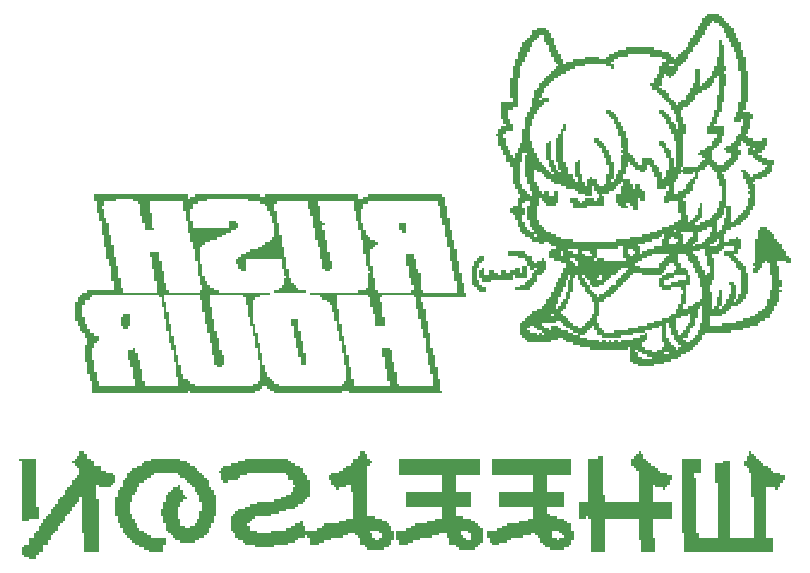
<source format=gbo>
G04*
G04 #@! TF.GenerationSoftware,Altium Limited,Altium Designer,20.0.9 (164)*
G04*
G04 Layer_Color=32896*
%FSLAX25Y25*%
%MOIN*%
G70*
G01*
G75*
G36*
X411300Y334900D02*
X412100D01*
Y334100D01*
X412900D01*
Y333300D01*
X413700D01*
Y332500D01*
X414500D01*
Y331700D01*
X415300D01*
Y330900D01*
X416100D01*
Y330100D01*
Y329300D01*
X416900D01*
Y328500D01*
Y327700D01*
X417700D01*
Y326900D01*
Y326100D01*
X418500D01*
Y325300D01*
Y324500D01*
Y323700D01*
X419300D01*
Y322900D01*
Y322100D01*
Y321300D01*
X420100D01*
Y320500D01*
Y319700D01*
Y318900D01*
Y318100D01*
Y317300D01*
Y316500D01*
X420900D01*
Y315700D01*
Y314900D01*
Y314100D01*
Y313300D01*
Y312500D01*
Y311700D01*
Y310900D01*
Y310100D01*
Y309300D01*
Y308500D01*
Y307700D01*
Y306900D01*
Y306100D01*
X420100D01*
Y305300D01*
Y304500D01*
Y303700D01*
X419300D01*
Y302900D01*
X421700D01*
Y302100D01*
X422500D01*
Y301300D01*
Y300500D01*
X421700D01*
Y299700D01*
Y298900D01*
Y298100D01*
Y297300D01*
X420900D01*
Y296500D01*
Y295700D01*
X420100D01*
Y294900D01*
X420900D01*
Y294100D01*
X422500D01*
Y293300D01*
X425700D01*
Y294100D01*
X427300D01*
Y293300D01*
Y292500D01*
Y291700D01*
X426500D01*
Y290900D01*
Y290100D01*
X425700D01*
Y289300D01*
X424100D01*
Y288500D01*
X425700D01*
Y287700D01*
X427300D01*
Y286900D01*
X429700D01*
Y286100D01*
Y285300D01*
X428900D01*
Y284500D01*
Y283700D01*
Y282900D01*
X428100D01*
Y282100D01*
X427300D01*
Y281300D01*
X425700D01*
Y280500D01*
X423300D01*
Y279700D01*
X422500D01*
Y278900D01*
X423300D01*
Y278100D01*
Y277300D01*
Y276500D01*
Y275700D01*
Y274900D01*
Y274100D01*
Y273300D01*
Y272500D01*
Y271700D01*
X422500D01*
Y270900D01*
Y270100D01*
X421700D01*
Y269300D01*
Y268500D01*
X420900D01*
Y267700D01*
X420100D01*
Y266900D01*
X419300D01*
Y266100D01*
X418500D01*
Y265300D01*
X416900D01*
Y264500D01*
X415300D01*
Y263700D01*
X413700D01*
Y262900D01*
Y262100D01*
X412900D01*
Y261300D01*
Y260500D01*
Y259700D01*
X414500D01*
Y260500D01*
X416900D01*
Y261300D01*
X417700D01*
Y260500D01*
X418500D01*
Y259700D01*
Y258900D01*
Y258100D01*
Y257300D01*
X417700D01*
Y256500D01*
Y255700D01*
X416100D01*
Y254900D01*
X416900D01*
Y254100D01*
X417700D01*
Y253300D01*
X418500D01*
Y252500D01*
X419300D01*
Y251700D01*
X420100D01*
Y250900D01*
Y250100D01*
Y249300D01*
X420900D01*
Y248500D01*
Y247700D01*
Y246900D01*
Y246100D01*
Y245300D01*
Y244500D01*
Y243700D01*
Y242900D01*
Y242100D01*
X420100D01*
Y241300D01*
Y240500D01*
X419300D01*
Y239700D01*
X418500D01*
Y238900D01*
X417700D01*
Y238100D01*
X415300D01*
Y237300D01*
X414500D01*
Y236500D01*
X413700D01*
Y235700D01*
X412100D01*
Y234900D01*
X408100D01*
Y234100D01*
Y233300D01*
Y232500D01*
Y231700D01*
X412100D01*
Y232500D01*
X416900D01*
Y233300D01*
X419300D01*
Y234100D01*
X421700D01*
Y234900D01*
X423300D01*
Y235700D01*
X424100D01*
Y236500D01*
X425700D01*
Y237300D01*
X426500D01*
Y238100D01*
X427300D01*
Y238900D01*
Y239700D01*
Y240500D01*
X428100D01*
Y241300D01*
Y242100D01*
Y242900D01*
Y243700D01*
X428900D01*
Y244500D01*
Y245300D01*
Y246100D01*
Y246900D01*
Y247700D01*
Y248500D01*
X428100D01*
Y249300D01*
Y250100D01*
Y250900D01*
Y251700D01*
Y252500D01*
X427300D01*
Y253300D01*
X426500D01*
Y252500D01*
X425700D01*
Y251700D01*
Y250900D01*
X424900D01*
Y250100D01*
X424100D01*
Y249300D01*
X422500D01*
Y250100D01*
Y250900D01*
X423300D01*
Y251700D01*
X422500D01*
Y252500D01*
X423300D01*
Y253300D01*
Y254100D01*
Y254900D01*
Y255700D01*
Y256500D01*
Y257300D01*
Y258100D01*
Y258900D01*
Y259700D01*
Y260500D01*
X424100D01*
Y261300D01*
Y262100D01*
Y262900D01*
Y263700D01*
X424900D01*
Y264500D01*
X427300D01*
Y263700D01*
X428100D01*
Y262900D01*
X428900D01*
Y262100D01*
X429700D01*
Y261300D01*
Y260500D01*
X430500D01*
Y259700D01*
X431300D01*
Y258900D01*
X432100D01*
Y258100D01*
Y257300D01*
X432900D01*
Y256500D01*
X433700D01*
Y255700D01*
Y254900D01*
X434500D01*
Y254100D01*
X435300D01*
Y253300D01*
Y252500D01*
X433700D01*
Y253300D01*
X430500D01*
Y252500D01*
Y251700D01*
X431300D01*
Y250900D01*
Y250100D01*
Y249300D01*
Y248500D01*
Y247700D01*
Y246900D01*
X432100D01*
Y246100D01*
Y245300D01*
Y244500D01*
X431300D01*
Y243700D01*
X432100D01*
Y242900D01*
X431300D01*
Y242100D01*
Y241300D01*
Y240500D01*
Y239700D01*
X430500D01*
Y238900D01*
Y238100D01*
X429700D01*
Y237300D01*
Y236500D01*
X428900D01*
Y235700D01*
X428100D01*
Y234900D01*
Y234100D01*
X426500D01*
Y233300D01*
X424900D01*
Y232500D01*
X424100D01*
Y231700D01*
X421700D01*
Y230900D01*
X419300D01*
Y230100D01*
X415300D01*
Y229300D01*
X406500D01*
Y228500D01*
X405700D01*
Y227700D01*
Y226900D01*
X404900D01*
Y226100D01*
X404100D01*
Y225300D01*
X403300D01*
Y224500D01*
X402500D01*
Y223700D01*
X401700D01*
Y222900D01*
X400100D01*
Y222100D01*
X398500D01*
Y221300D01*
X397700D01*
Y220500D01*
X395300D01*
Y219700D01*
X392900D01*
Y218900D01*
X389700D01*
Y218100D01*
X384100D01*
Y218900D01*
X382500D01*
Y219700D01*
X381700D01*
Y220500D01*
Y221300D01*
Y222100D01*
Y222900D01*
Y223700D01*
Y224500D01*
X380900D01*
Y223700D01*
X368100D01*
Y224500D01*
X364900D01*
Y225300D01*
X362500D01*
Y226100D01*
X360100D01*
Y226900D01*
X359300D01*
Y227700D01*
X357700D01*
Y226900D01*
X355300D01*
Y226100D01*
X347300D01*
Y226900D01*
X346500D01*
Y227700D01*
X345700D01*
Y228500D01*
X344900D01*
Y229300D01*
Y230100D01*
Y230900D01*
Y231700D01*
Y232500D01*
X345700D01*
Y233300D01*
X346500D01*
Y234100D01*
X347300D01*
Y234900D01*
X348100D01*
Y235700D01*
X348900D01*
Y236500D01*
X350500D01*
Y237300D01*
X352100D01*
Y238100D01*
X352900D01*
Y238900D01*
X353700D01*
Y239700D01*
Y240500D01*
X354500D01*
Y241300D01*
X355300D01*
Y242100D01*
Y242900D01*
X356100D01*
Y243700D01*
Y244500D01*
X356900D01*
Y245300D01*
Y246100D01*
X357700D01*
Y246900D01*
Y247700D01*
X358500D01*
Y248500D01*
Y249300D01*
X359300D01*
Y250100D01*
Y250900D01*
X360100D01*
Y251700D01*
Y252500D01*
X358500D01*
Y253300D01*
X356100D01*
Y254100D01*
X354500D01*
Y254900D01*
Y255700D01*
Y256500D01*
X355300D01*
Y257300D01*
X356900D01*
Y258100D01*
X355300D01*
Y258900D01*
X354500D01*
Y259700D01*
X352900D01*
Y258900D01*
X351300D01*
Y259700D01*
X348900D01*
Y260500D01*
X348100D01*
Y261300D01*
X346500D01*
Y262100D01*
X345700D01*
Y262900D01*
X344900D01*
Y263700D01*
Y264500D01*
X344100D01*
Y265300D01*
Y266100D01*
Y266900D01*
X343300D01*
Y267700D01*
Y268500D01*
X342500D01*
Y269300D01*
X341700D01*
Y270100D01*
Y270900D01*
X342500D01*
Y271700D01*
X344100D01*
Y272500D01*
Y273300D01*
Y274100D01*
X344900D01*
Y274900D01*
Y275700D01*
X344100D01*
Y276500D01*
Y277300D01*
X343300D01*
Y278100D01*
Y278900D01*
X342500D01*
Y279700D01*
Y280500D01*
Y281300D01*
Y282100D01*
Y282900D01*
Y283700D01*
Y284500D01*
X341700D01*
Y285300D01*
Y286100D01*
X340100D01*
Y286900D01*
Y287700D01*
Y288500D01*
X339300D01*
Y289300D01*
Y290100D01*
X338500D01*
Y290900D01*
Y291700D01*
X337700D01*
Y292500D01*
Y293300D01*
Y294100D01*
Y294900D01*
X336900D01*
Y295700D01*
X337700D01*
Y296500D01*
Y297300D01*
X338500D01*
Y298100D01*
X340100D01*
Y298900D01*
X339300D01*
Y299700D01*
Y300500D01*
X338500D01*
Y301300D01*
Y302100D01*
Y302900D01*
Y303700D01*
Y304500D01*
Y305300D01*
Y306100D01*
X342500D01*
Y306900D01*
Y307700D01*
X341700D01*
Y308500D01*
Y309300D01*
Y310100D01*
Y310900D01*
Y311700D01*
Y312500D01*
Y313300D01*
Y314100D01*
X342500D01*
Y314900D01*
Y315700D01*
Y316500D01*
Y317300D01*
Y318100D01*
X343300D01*
Y318900D01*
Y319700D01*
Y320500D01*
X344100D01*
Y321300D01*
Y322100D01*
Y322900D01*
X344900D01*
Y323700D01*
Y324500D01*
X345700D01*
Y325300D01*
Y326100D01*
X346500D01*
Y326900D01*
X347300D01*
Y327700D01*
X348100D01*
Y328500D01*
X348900D01*
Y329300D01*
Y330100D01*
X350500D01*
Y330900D01*
X353700D01*
Y330100D01*
X354500D01*
Y329300D01*
X355300D01*
Y328500D01*
Y327700D01*
X356100D01*
Y326900D01*
Y326100D01*
Y325300D01*
X356900D01*
Y324500D01*
Y323700D01*
X357700D01*
Y322900D01*
Y322100D01*
X358500D01*
Y321300D01*
Y320500D01*
X359300D01*
Y319700D01*
Y318900D01*
X360100D01*
Y319700D01*
X362500D01*
Y320500D01*
X366500D01*
Y321300D01*
X371300D01*
Y320500D01*
X373700D01*
Y321300D01*
X374500D01*
Y322100D01*
X376100D01*
Y322900D01*
X377700D01*
Y323700D01*
X380100D01*
Y324500D01*
X389700D01*
Y323700D01*
X392100D01*
Y322900D01*
X394500D01*
Y322100D01*
X395300D01*
Y321300D01*
X396100D01*
Y320500D01*
X396900D01*
Y321300D01*
X397700D01*
Y322100D01*
X398500D01*
Y322900D01*
X399300D01*
Y323700D01*
X400100D01*
Y324500D01*
X400900D01*
Y325300D01*
Y326100D01*
X401700D01*
Y326900D01*
Y327700D01*
X402500D01*
Y328500D01*
X403300D01*
Y329300D01*
Y330100D01*
X404100D01*
Y330900D01*
Y331700D01*
X404900D01*
Y332500D01*
X405700D01*
Y333300D01*
Y334100D01*
X406500D01*
Y334900D01*
X407300D01*
Y335700D01*
X411300D01*
Y334900D01*
D02*
G37*
G36*
X319000Y274700D02*
X319800D01*
Y273900D01*
Y273100D01*
Y272300D01*
Y271500D01*
X320600D01*
Y270700D01*
Y269900D01*
Y269100D01*
Y268300D01*
Y267500D01*
X321400D01*
Y266700D01*
Y265900D01*
Y265100D01*
Y264300D01*
Y263500D01*
X322200D01*
Y262700D01*
Y261900D01*
Y261100D01*
Y260300D01*
X323000D01*
Y259500D01*
Y258700D01*
Y257900D01*
Y257100D01*
X323800D01*
Y256300D01*
Y255500D01*
Y254700D01*
Y253900D01*
Y253100D01*
X324600D01*
Y252300D01*
Y251500D01*
Y250700D01*
Y249900D01*
Y249100D01*
X325400D01*
Y248300D01*
Y247500D01*
Y246700D01*
Y245900D01*
X326200D01*
Y245100D01*
Y244300D01*
Y243500D01*
Y242700D01*
X327000D01*
Y241900D01*
Y241100D01*
X311800D01*
Y240300D01*
Y239500D01*
X312600D01*
Y238700D01*
Y237900D01*
Y237100D01*
X313400D01*
Y236300D01*
Y235500D01*
Y234700D01*
Y233900D01*
Y233100D01*
X314200D01*
Y232300D01*
Y231500D01*
Y230700D01*
Y229900D01*
Y229100D01*
X315000D01*
Y228300D01*
Y227500D01*
Y226700D01*
Y225900D01*
Y225100D01*
Y224300D01*
X315800D01*
Y223500D01*
Y222700D01*
Y221900D01*
X316600D01*
Y221100D01*
Y220300D01*
Y219500D01*
Y218700D01*
Y217900D01*
X317400D01*
Y217100D01*
Y216300D01*
Y215500D01*
Y214700D01*
Y213900D01*
X318200D01*
Y213100D01*
Y212300D01*
Y211500D01*
Y210700D01*
Y209900D01*
X319000D01*
Y209100D01*
X287800D01*
Y209900D01*
X285400D01*
Y209100D01*
X263000D01*
Y209900D01*
X261400D01*
Y210700D01*
X260600D01*
Y211500D01*
X259000D01*
Y210700D01*
X258200D01*
Y209900D01*
X256600D01*
Y209100D01*
X235000D01*
Y209900D01*
X234200D01*
Y209100D01*
X202200D01*
Y209900D01*
Y210700D01*
Y211500D01*
Y212300D01*
Y213100D01*
X201400D01*
Y213900D01*
Y214700D01*
Y215500D01*
X200600D01*
Y216300D01*
Y217100D01*
Y217900D01*
Y218700D01*
Y219500D01*
X199800D01*
Y220300D01*
Y221100D01*
Y221900D01*
Y222700D01*
Y223500D01*
Y224300D01*
Y225100D01*
X200600D01*
Y225900D01*
Y226700D01*
Y227500D01*
X199800D01*
Y228300D01*
Y229100D01*
X199000D01*
Y229900D01*
X198200D01*
Y230700D01*
Y231500D01*
X197400D01*
Y232300D01*
Y233100D01*
X196600D01*
Y233900D01*
Y234700D01*
Y235500D01*
Y236300D01*
Y237100D01*
Y237900D01*
Y238700D01*
Y239500D01*
X197400D01*
Y240300D01*
Y241100D01*
X198200D01*
Y241900D01*
X199000D01*
Y242700D01*
X200600D01*
Y243500D01*
X209400D01*
Y244300D01*
Y245100D01*
Y245900D01*
Y246700D01*
X208600D01*
Y247500D01*
Y248300D01*
Y249100D01*
Y249900D01*
Y250700D01*
Y251500D01*
X207800D01*
Y252300D01*
Y253100D01*
Y253900D01*
X207000D01*
Y254700D01*
Y255500D01*
Y256300D01*
Y257100D01*
Y257900D01*
X206200D01*
Y258700D01*
Y259500D01*
Y260300D01*
Y261100D01*
Y261900D01*
X205400D01*
Y262700D01*
Y263500D01*
Y264300D01*
Y265100D01*
Y265900D01*
Y266700D01*
X204600D01*
Y267500D01*
Y268300D01*
Y269100D01*
X203800D01*
Y269900D01*
Y270700D01*
Y271500D01*
Y272300D01*
Y273100D01*
X203000D01*
Y273900D01*
Y274700D01*
Y275500D01*
X234200D01*
Y274700D01*
Y273900D01*
X235000D01*
Y274700D01*
X236600D01*
Y275500D01*
X258200D01*
Y274700D01*
X259800D01*
Y275500D01*
X291000D01*
Y274700D01*
Y273900D01*
X292600D01*
Y274700D01*
X294200D01*
Y275500D01*
X319000D01*
Y274700D01*
D02*
G37*
G36*
X347300Y250900D02*
Y250100D01*
Y249300D01*
Y248500D01*
Y247700D01*
X343300D01*
Y248500D01*
X342500D01*
Y247700D01*
Y246900D01*
X335300D01*
Y246100D01*
X332100D01*
Y246900D01*
Y247700D01*
X331300D01*
Y248500D01*
Y249300D01*
Y250100D01*
X332100D01*
Y250900D01*
X332900D01*
Y250100D01*
Y249300D01*
Y248500D01*
X334500D01*
Y249300D01*
Y250100D01*
X336100D01*
Y249300D01*
X337700D01*
Y248500D01*
X338500D01*
Y249300D01*
Y250100D01*
X340100D01*
Y249300D01*
X341700D01*
Y250100D01*
X343300D01*
Y250900D01*
X344900D01*
Y250100D01*
Y249300D01*
X345700D01*
Y250100D01*
Y250900D01*
Y251700D01*
X347300D01*
Y250900D01*
D02*
G37*
G36*
X346500Y255700D02*
X347300D01*
Y254900D01*
X348900D01*
Y254100D01*
Y253300D01*
X349700D01*
Y252500D01*
X350500D01*
Y253300D01*
X352100D01*
Y254100D01*
X352900D01*
Y253300D01*
X353700D01*
Y252500D01*
Y251700D01*
Y250900D01*
Y250100D01*
X352900D01*
Y249300D01*
X352100D01*
Y248500D01*
X350500D01*
Y247700D01*
Y246900D01*
Y246100D01*
X349700D01*
Y245300D01*
X348900D01*
Y244500D01*
X348100D01*
Y243700D01*
X343300D01*
Y244500D01*
X344900D01*
Y245300D01*
X346500D01*
Y246100D01*
X347300D01*
Y246900D01*
X348100D01*
Y247700D01*
X348900D01*
Y248500D01*
Y249300D01*
X349700D01*
Y250100D01*
X348100D01*
Y250900D01*
Y251700D01*
X347300D01*
Y252500D01*
Y253300D01*
X346500D01*
Y254100D01*
X344100D01*
Y254900D01*
X340900D01*
Y255700D01*
Y256500D01*
X346500D01*
Y255700D01*
D02*
G37*
G36*
X332900Y254100D02*
Y253300D01*
X332100D01*
Y252500D01*
X331300D01*
Y251700D01*
Y250900D01*
X330500D01*
Y250100D01*
Y249300D01*
Y248500D01*
Y247700D01*
Y246900D01*
X331300D01*
Y246100D01*
Y245300D01*
X332100D01*
Y244500D01*
X333700D01*
Y243700D01*
Y242900D01*
X331300D01*
Y243700D01*
X330500D01*
Y244500D01*
X329700D01*
Y245300D01*
X328900D01*
Y246100D01*
Y246900D01*
Y247700D01*
Y248500D01*
Y249300D01*
Y250100D01*
Y250900D01*
Y251700D01*
X329700D01*
Y252500D01*
Y253300D01*
X330500D01*
Y254100D01*
X331300D01*
Y254900D01*
X332900D01*
Y254100D01*
D02*
G37*
G36*
X199600Y189000D02*
X200400D01*
Y188200D01*
Y187400D01*
X202000D01*
Y186600D01*
X202800D01*
Y185800D01*
Y185000D01*
X205200D01*
Y184200D01*
Y183400D01*
X206800D01*
Y182600D01*
X209200D01*
Y181800D01*
X210000D01*
Y181000D01*
Y180200D01*
Y179400D01*
X209200D01*
Y178600D01*
X208400D01*
Y177800D01*
X204400D01*
Y178600D01*
X203600D01*
Y177800D01*
Y177000D01*
Y176200D01*
Y175400D01*
Y174600D01*
Y173800D01*
X204400D01*
Y173000D01*
Y172200D01*
Y171400D01*
Y170600D01*
Y169800D01*
Y169000D01*
Y168200D01*
Y167400D01*
Y166600D01*
Y165800D01*
Y165000D01*
Y164200D01*
Y163400D01*
Y162600D01*
Y161800D01*
Y161000D01*
Y160200D01*
Y159400D01*
Y158600D01*
Y157800D01*
Y157000D01*
Y156200D01*
X199600D01*
Y157000D01*
Y157800D01*
Y158600D01*
Y159400D01*
Y160200D01*
Y161000D01*
Y161800D01*
Y162600D01*
X198800D01*
Y163400D01*
Y164200D01*
Y165000D01*
Y165800D01*
Y166600D01*
Y167400D01*
Y168200D01*
Y169000D01*
Y169800D01*
Y170600D01*
Y171400D01*
Y172200D01*
Y173000D01*
Y173800D01*
Y174600D01*
X198000D01*
Y173800D01*
Y173000D01*
X197200D01*
Y172200D01*
X196400D01*
Y171400D01*
X195600D01*
Y170600D01*
Y169800D01*
X194800D01*
Y169000D01*
X194000D01*
Y168200D01*
X193200D01*
Y167400D01*
Y166600D01*
X192400D01*
Y165800D01*
X191600D01*
Y165000D01*
X190800D01*
Y164200D01*
Y163400D01*
X190000D01*
Y162600D01*
X189200D01*
Y161800D01*
X188400D01*
Y161000D01*
Y160200D01*
X187600D01*
Y159400D01*
Y158600D01*
X186000D01*
Y157800D01*
Y157000D01*
Y156200D01*
X184400D01*
Y155400D01*
X183600D01*
Y154600D01*
Y153800D01*
X181200D01*
Y154600D01*
X179600D01*
Y155400D01*
X178800D01*
Y156200D01*
Y157000D01*
Y157800D01*
X179600D01*
Y158600D01*
X181200D01*
Y159400D01*
Y160200D01*
Y161000D01*
X182800D01*
Y161800D01*
Y162600D01*
X183600D01*
Y163400D01*
X184400D01*
Y164200D01*
Y165000D01*
X185200D01*
Y165800D01*
X186000D01*
Y166600D01*
Y167400D01*
X186800D01*
Y168200D01*
X187600D01*
Y169000D01*
X188400D01*
Y169800D01*
Y170600D01*
X189200D01*
Y171400D01*
X190000D01*
Y172200D01*
X190800D01*
Y173000D01*
Y173800D01*
X191600D01*
Y174600D01*
X192400D01*
Y175400D01*
X193200D01*
Y176200D01*
Y177000D01*
X194000D01*
Y177800D01*
X194800D01*
Y178600D01*
X195600D01*
Y179400D01*
Y180200D01*
X196400D01*
Y181000D01*
X197200D01*
Y181800D01*
X198000D01*
Y182600D01*
Y183400D01*
Y184200D01*
X197200D01*
Y185000D01*
X196400D01*
Y185800D01*
X195600D01*
Y186600D01*
X196400D01*
Y187400D01*
X197200D01*
Y188200D01*
X198000D01*
Y189000D01*
Y189800D01*
X199600D01*
Y189000D01*
D02*
G37*
G36*
X385200D02*
X386000D01*
Y188200D01*
Y187400D01*
X386800D01*
Y186600D01*
X387600D01*
Y185800D01*
X388400D01*
Y185000D01*
X390000D01*
Y184200D01*
X390800D01*
Y183400D01*
X391600D01*
Y182600D01*
X394000D01*
Y181800D01*
X395600D01*
Y181000D01*
Y180200D01*
X394800D01*
Y179400D01*
Y178600D01*
X394000D01*
Y177800D01*
X393200D01*
Y177000D01*
X392400D01*
Y177800D01*
X390000D01*
Y178600D01*
X389200D01*
Y177800D01*
Y177000D01*
Y176200D01*
Y175400D01*
Y174600D01*
Y173800D01*
Y173000D01*
X395600D01*
Y172200D01*
Y171400D01*
Y170600D01*
Y169800D01*
Y169000D01*
Y168200D01*
Y167400D01*
X389200D01*
Y166600D01*
Y165800D01*
Y165000D01*
Y164200D01*
Y163400D01*
Y162600D01*
Y161800D01*
Y161000D01*
X390000D01*
Y160200D01*
Y159400D01*
Y158600D01*
Y157800D01*
Y157000D01*
Y156200D01*
X385200D01*
Y157000D01*
Y157800D01*
Y158600D01*
Y159400D01*
Y160200D01*
X384400D01*
Y161000D01*
Y161800D01*
Y162600D01*
Y163400D01*
Y164200D01*
Y165000D01*
Y165800D01*
Y166600D01*
Y167400D01*
X373200D01*
Y166600D01*
Y165800D01*
Y165000D01*
Y164200D01*
Y163400D01*
Y162600D01*
Y161800D01*
Y161000D01*
Y160200D01*
Y159400D01*
Y158600D01*
Y157800D01*
Y157000D01*
Y156200D01*
X368400D01*
Y157000D01*
Y157800D01*
Y158600D01*
Y159400D01*
Y160200D01*
Y161000D01*
Y161800D01*
Y162600D01*
Y163400D01*
Y164200D01*
Y165000D01*
Y165800D01*
Y166600D01*
Y167400D01*
X367600D01*
Y168200D01*
X366800D01*
Y167400D01*
X364400D01*
Y168200D01*
Y169000D01*
Y169800D01*
Y170600D01*
Y171400D01*
Y172200D01*
Y173000D01*
X367600D01*
Y173800D01*
Y174600D01*
Y175400D01*
Y176200D01*
Y177000D01*
Y177800D01*
Y178600D01*
Y179400D01*
Y180200D01*
Y181000D01*
Y181800D01*
Y182600D01*
Y183400D01*
Y184200D01*
Y185000D01*
Y185800D01*
Y186600D01*
Y187400D01*
X370800D01*
Y188200D01*
X372400D01*
Y187400D01*
Y186600D01*
Y185800D01*
Y185000D01*
Y184200D01*
Y183400D01*
Y182600D01*
Y181800D01*
Y181000D01*
Y180200D01*
Y179400D01*
Y178600D01*
Y177800D01*
Y177000D01*
Y176200D01*
Y175400D01*
X373200D01*
Y174600D01*
Y173800D01*
Y173000D01*
X384400D01*
Y173800D01*
Y174600D01*
Y175400D01*
Y176200D01*
Y177000D01*
Y177800D01*
Y178600D01*
Y179400D01*
Y180200D01*
Y181000D01*
Y181800D01*
Y182600D01*
Y183400D01*
X383600D01*
Y184200D01*
X382800D01*
Y185000D01*
X382000D01*
Y185800D01*
Y186600D01*
Y187400D01*
X382800D01*
Y188200D01*
X383600D01*
Y189000D01*
X384400D01*
Y189800D01*
X385200D01*
Y189000D01*
D02*
G37*
G36*
X183600Y186600D02*
Y185800D01*
Y185000D01*
Y184200D01*
Y183400D01*
Y182600D01*
Y181800D01*
Y181000D01*
Y180200D01*
Y179400D01*
Y178600D01*
Y177800D01*
Y177000D01*
Y176200D01*
Y175400D01*
Y174600D01*
Y173800D01*
Y173000D01*
Y172200D01*
Y171400D01*
X184400D01*
Y170600D01*
Y169800D01*
Y169000D01*
Y168200D01*
Y167400D01*
X181200D01*
Y166600D01*
X178800D01*
Y167400D01*
Y168200D01*
Y169000D01*
Y169800D01*
Y170600D01*
Y171400D01*
Y172200D01*
Y173000D01*
Y173800D01*
Y174600D01*
Y175400D01*
Y176200D01*
Y177000D01*
Y177800D01*
Y178600D01*
Y179400D01*
Y180200D01*
Y181000D01*
Y181800D01*
Y182600D01*
Y183400D01*
Y184200D01*
Y185000D01*
Y185800D01*
Y186600D01*
X178000D01*
Y187400D01*
X183600D01*
Y186600D01*
D02*
G37*
G36*
X231600D02*
X234000D01*
Y185800D01*
X234800D01*
Y185000D01*
X236400D01*
Y184200D01*
X237200D01*
Y183400D01*
X238000D01*
Y182600D01*
X238800D01*
Y181800D01*
X239600D01*
Y181000D01*
X240400D01*
Y180200D01*
X241200D01*
Y179400D01*
Y178600D01*
Y177800D01*
X242000D01*
Y177000D01*
X242800D01*
Y176200D01*
Y175400D01*
X243600D01*
Y174600D01*
Y173800D01*
Y173000D01*
Y172200D01*
Y171400D01*
Y170600D01*
Y169800D01*
Y169000D01*
Y168200D01*
X242800D01*
Y167400D01*
Y166600D01*
Y165800D01*
X242000D01*
Y165000D01*
Y164200D01*
X241200D01*
Y163400D01*
Y162600D01*
X240400D01*
Y161800D01*
X239600D01*
Y161000D01*
X238000D01*
Y160200D01*
X236400D01*
Y159400D01*
X231600D01*
Y160200D01*
X230000D01*
Y161000D01*
X229200D01*
Y161800D01*
X228400D01*
Y162600D01*
X227600D01*
Y163400D01*
X226800D01*
Y164200D01*
Y165000D01*
Y165800D01*
X226000D01*
Y166600D01*
Y167400D01*
Y168200D01*
X225200D01*
Y169000D01*
Y169800D01*
Y170600D01*
X226000D01*
Y171400D01*
Y172200D01*
Y173000D01*
X226800D01*
Y173800D01*
Y174600D01*
Y175400D01*
X227600D01*
Y176200D01*
X228400D01*
Y177000D01*
X229200D01*
Y177800D01*
X230800D01*
Y178600D01*
X231600D01*
Y177800D01*
Y177000D01*
X232400D01*
Y176200D01*
Y175400D01*
X233200D01*
Y174600D01*
X234000D01*
Y173800D01*
X232400D01*
Y173000D01*
X231600D01*
Y172200D01*
Y171400D01*
X230800D01*
Y170600D01*
Y169800D01*
Y169000D01*
Y168200D01*
Y167400D01*
X231600D01*
Y166600D01*
Y165800D01*
Y165000D01*
X233200D01*
Y164200D01*
X234800D01*
Y165000D01*
X236400D01*
Y165800D01*
X237200D01*
Y166600D01*
Y167400D01*
X238000D01*
Y168200D01*
Y169000D01*
Y169800D01*
X238800D01*
Y170600D01*
Y171400D01*
Y172200D01*
Y173000D01*
X238000D01*
Y173800D01*
Y174600D01*
Y175400D01*
X237200D01*
Y176200D01*
X236400D01*
Y177000D01*
Y177800D01*
X235600D01*
Y178600D01*
X234800D01*
Y179400D01*
X234000D01*
Y180200D01*
X233200D01*
Y181000D01*
X231600D01*
Y181800D01*
X230800D01*
Y182600D01*
X222800D01*
Y181800D01*
X222000D01*
Y181000D01*
X220400D01*
Y180200D01*
X219600D01*
Y179400D01*
X218000D01*
Y178600D01*
Y177800D01*
X217200D01*
Y177000D01*
Y176200D01*
X216400D01*
Y175400D01*
X215600D01*
Y174600D01*
Y173800D01*
Y173000D01*
X214800D01*
Y172200D01*
Y171400D01*
Y170600D01*
Y169800D01*
Y169000D01*
X215600D01*
Y168200D01*
Y167400D01*
X216400D01*
Y166600D01*
Y165800D01*
X217200D01*
Y165000D01*
Y164200D01*
X218000D01*
Y163400D01*
X219600D01*
Y162600D01*
X220400D01*
Y161800D01*
X222000D01*
Y161000D01*
X226800D01*
Y160200D01*
Y159400D01*
Y158600D01*
X226000D01*
Y157800D01*
Y157000D01*
Y156200D01*
X221200D01*
Y157000D01*
X219600D01*
Y157800D01*
X218000D01*
Y158600D01*
X216400D01*
Y159400D01*
X215600D01*
Y160200D01*
X214800D01*
Y161000D01*
X214000D01*
Y161800D01*
X213200D01*
Y162600D01*
X212400D01*
Y163400D01*
Y164200D01*
X211600D01*
Y165000D01*
Y165800D01*
X210800D01*
Y166600D01*
Y167400D01*
Y168200D01*
X210000D01*
Y169000D01*
Y169800D01*
Y170600D01*
Y171400D01*
Y172200D01*
Y173000D01*
Y173800D01*
Y174600D01*
X210800D01*
Y175400D01*
Y176200D01*
Y177000D01*
X211600D01*
Y177800D01*
X212400D01*
Y178600D01*
Y179400D01*
Y180200D01*
X213200D01*
Y181000D01*
X214000D01*
Y181800D01*
Y182600D01*
X214800D01*
Y183400D01*
X215600D01*
Y184200D01*
X217200D01*
Y185000D01*
X218800D01*
Y185800D01*
X219600D01*
Y186600D01*
X222000D01*
Y187400D01*
X231600D01*
Y186600D01*
D02*
G37*
G36*
X293200Y189000D02*
X294000D01*
Y188200D01*
Y187400D01*
X294800D01*
Y186600D01*
X295600D01*
Y185800D01*
X294800D01*
Y185000D01*
X294000D01*
Y184200D01*
Y183400D01*
Y182600D01*
Y181800D01*
Y181000D01*
Y180200D01*
Y179400D01*
Y178600D01*
Y177800D01*
Y177000D01*
Y176200D01*
Y175400D01*
Y174600D01*
Y173800D01*
Y173000D01*
Y172200D01*
Y171400D01*
Y170600D01*
Y169800D01*
Y169000D01*
Y168200D01*
X296400D01*
Y167400D01*
X298800D01*
Y166600D01*
X300400D01*
Y165800D01*
X301200D01*
Y165000D01*
X302000D01*
Y164200D01*
Y163400D01*
X302800D01*
Y162600D01*
Y161800D01*
Y161000D01*
Y160200D01*
X302000D01*
Y159400D01*
Y158600D01*
X301200D01*
Y157800D01*
X299600D01*
Y157000D01*
X294000D01*
Y157800D01*
X293200D01*
Y158600D01*
X291600D01*
Y159400D01*
Y160200D01*
Y161000D01*
X290800D01*
Y161800D01*
X290000D01*
Y162600D01*
X287600D01*
Y161800D01*
X286000D01*
Y161000D01*
X282000D01*
Y160200D01*
X279600D01*
Y159400D01*
X278000D01*
Y158600D01*
X274800D01*
Y159400D01*
Y160200D01*
Y161000D01*
X274000D01*
Y161800D01*
X273200D01*
Y161000D01*
X270800D01*
Y160200D01*
X270000D01*
Y159400D01*
X267600D01*
Y158600D01*
X262800D01*
Y157800D01*
X256400D01*
Y158600D01*
X253200D01*
Y159400D01*
X252400D01*
Y160200D01*
X250800D01*
Y161000D01*
X250000D01*
Y161800D01*
Y162600D01*
X249200D01*
Y163400D01*
X248400D01*
Y164200D01*
Y165000D01*
Y165800D01*
Y166600D01*
Y167400D01*
Y168200D01*
X249200D01*
Y169000D01*
X250000D01*
Y169800D01*
X250800D01*
Y170600D01*
X253200D01*
Y171400D01*
X254800D01*
Y172200D01*
X257200D01*
Y173000D01*
X262800D01*
Y173800D01*
X265200D01*
Y174600D01*
X266800D01*
Y175400D01*
X268400D01*
Y176200D01*
X269200D01*
Y177000D01*
Y177800D01*
X270000D01*
Y178600D01*
X269200D01*
Y179400D01*
Y180200D01*
X267600D01*
Y181000D01*
Y181800D01*
X266800D01*
Y182600D01*
X254000D01*
Y181800D01*
X251600D01*
Y181000D01*
X250800D01*
Y180200D01*
X247600D01*
Y179400D01*
X246000D01*
Y180200D01*
X245200D01*
Y181000D01*
Y181800D01*
Y182600D01*
X244400D01*
Y183400D01*
X245200D01*
Y184200D01*
X246000D01*
Y185000D01*
X248400D01*
Y185800D01*
X250800D01*
Y186600D01*
X253200D01*
Y187400D01*
X267600D01*
Y186600D01*
X268400D01*
Y185800D01*
X270000D01*
Y185000D01*
X271600D01*
Y184200D01*
X272400D01*
Y183400D01*
Y182600D01*
X273200D01*
Y181800D01*
X274000D01*
Y181000D01*
Y180200D01*
X274800D01*
Y179400D01*
Y178600D01*
Y177800D01*
Y177000D01*
Y176200D01*
Y175400D01*
Y174600D01*
X274000D01*
Y173800D01*
X273200D01*
Y173000D01*
X272400D01*
Y172200D01*
X270800D01*
Y171400D01*
X270000D01*
Y170600D01*
X266800D01*
Y169800D01*
X264400D01*
Y169000D01*
X262000D01*
Y168200D01*
X256400D01*
Y167400D01*
X255600D01*
Y166600D01*
X254800D01*
Y165800D01*
X254000D01*
Y165000D01*
X254800D01*
Y164200D01*
Y163400D01*
X257200D01*
Y162600D01*
X262000D01*
Y163400D01*
X266800D01*
Y164200D01*
X268400D01*
Y165000D01*
X270000D01*
Y165800D01*
X271600D01*
Y166600D01*
X272400D01*
Y165800D01*
Y165000D01*
X273200D01*
Y164200D01*
Y163400D01*
X277200D01*
Y164200D01*
X278800D01*
Y165000D01*
X279600D01*
Y165800D01*
X284400D01*
Y166600D01*
X286800D01*
Y167400D01*
X289200D01*
Y168200D01*
Y169000D01*
Y169800D01*
Y170600D01*
Y171400D01*
Y172200D01*
Y173000D01*
Y173800D01*
Y174600D01*
Y175400D01*
Y176200D01*
X288400D01*
Y177000D01*
Y177800D01*
Y178600D01*
X286800D01*
Y177800D01*
X284400D01*
Y177000D01*
X283600D01*
Y177800D01*
X282800D01*
Y178600D01*
X282000D01*
Y179400D01*
Y180200D01*
X281200D01*
Y181000D01*
Y181800D01*
X282000D01*
Y182600D01*
X284400D01*
Y183400D01*
X286000D01*
Y184200D01*
X286800D01*
Y185000D01*
X288400D01*
Y185800D01*
X289200D01*
Y186600D01*
Y187400D01*
X290800D01*
Y188200D01*
X291600D01*
Y189000D01*
Y189800D01*
X293200D01*
Y189000D01*
D02*
G37*
G36*
X422000D02*
X422800D01*
Y188200D01*
X423600D01*
Y187400D01*
X424400D01*
Y186600D01*
X425200D01*
Y185800D01*
X426000D01*
Y185000D01*
X427600D01*
Y184200D01*
X428400D01*
Y183400D01*
X429200D01*
Y182600D01*
X431600D01*
Y181800D01*
X433200D01*
Y181000D01*
Y180200D01*
X432400D01*
Y179400D01*
X431600D01*
Y178600D01*
Y177800D01*
X430800D01*
Y177000D01*
X430000D01*
Y177800D01*
X426800D01*
Y177000D01*
Y176200D01*
Y175400D01*
Y174600D01*
Y173800D01*
Y173000D01*
Y172200D01*
Y171400D01*
Y170600D01*
Y169800D01*
Y169000D01*
Y168200D01*
Y167400D01*
Y166600D01*
Y165800D01*
Y165000D01*
Y164200D01*
Y163400D01*
Y162600D01*
Y161800D01*
Y161000D01*
X429200D01*
Y160200D01*
Y159400D01*
Y158600D01*
Y157800D01*
Y157000D01*
Y156200D01*
X399600D01*
Y157000D01*
Y157800D01*
Y158600D01*
Y159400D01*
Y160200D01*
Y161000D01*
Y161800D01*
Y162600D01*
X398800D01*
Y163400D01*
Y164200D01*
Y165000D01*
Y165800D01*
Y166600D01*
Y167400D01*
Y168200D01*
Y169000D01*
Y169800D01*
Y170600D01*
Y171400D01*
Y172200D01*
Y173000D01*
Y173800D01*
Y174600D01*
Y175400D01*
Y176200D01*
Y177000D01*
Y177800D01*
Y178600D01*
Y179400D01*
Y180200D01*
Y181000D01*
Y181800D01*
Y182600D01*
Y183400D01*
Y184200D01*
Y185000D01*
Y185800D01*
Y186600D01*
Y187400D01*
X405200D01*
Y186600D01*
Y185800D01*
Y185000D01*
Y184200D01*
Y183400D01*
Y182600D01*
X402800D01*
Y181800D01*
Y181000D01*
X403600D01*
Y180200D01*
Y179400D01*
Y178600D01*
Y177800D01*
Y177000D01*
Y176200D01*
Y175400D01*
Y174600D01*
Y173800D01*
Y173000D01*
Y172200D01*
Y171400D01*
Y170600D01*
Y169800D01*
Y169000D01*
Y168200D01*
Y167400D01*
Y166600D01*
Y165800D01*
Y165000D01*
Y164200D01*
Y163400D01*
Y162600D01*
X404400D01*
Y161800D01*
Y161000D01*
X410800D01*
Y161800D01*
Y162600D01*
Y163400D01*
Y164200D01*
Y165000D01*
Y165800D01*
Y166600D01*
Y167400D01*
Y168200D01*
Y169000D01*
Y169800D01*
Y170600D01*
Y171400D01*
Y172200D01*
Y173000D01*
Y173800D01*
Y174600D01*
Y175400D01*
Y176200D01*
Y177000D01*
Y177800D01*
Y178600D01*
Y179400D01*
X410000D01*
Y180200D01*
Y181000D01*
Y181800D01*
Y182600D01*
Y183400D01*
Y184200D01*
Y185000D01*
Y185800D01*
X412400D01*
Y186600D01*
X414800D01*
Y185800D01*
Y185000D01*
Y184200D01*
Y183400D01*
Y182600D01*
Y181800D01*
Y181000D01*
Y180200D01*
Y179400D01*
Y178600D01*
Y177800D01*
Y177000D01*
Y176200D01*
Y175400D01*
Y174600D01*
Y173800D01*
Y173000D01*
Y172200D01*
Y171400D01*
Y170600D01*
Y169800D01*
Y169000D01*
Y168200D01*
Y167400D01*
Y166600D01*
Y165800D01*
Y165000D01*
Y164200D01*
Y163400D01*
Y162600D01*
Y161800D01*
Y161000D01*
X422800D01*
Y161800D01*
Y162600D01*
Y163400D01*
Y164200D01*
Y165000D01*
Y165800D01*
Y166600D01*
Y167400D01*
Y168200D01*
Y169000D01*
Y169800D01*
Y170600D01*
Y171400D01*
Y172200D01*
Y173000D01*
Y173800D01*
Y174600D01*
X422000D01*
Y175400D01*
Y176200D01*
Y177000D01*
Y177800D01*
Y178600D01*
Y179400D01*
Y180200D01*
Y181000D01*
Y181800D01*
Y182600D01*
X421200D01*
Y183400D01*
Y184200D01*
X420400D01*
Y185000D01*
X419600D01*
Y185800D01*
Y186600D01*
X420400D01*
Y187400D01*
Y188200D01*
X421200D01*
Y189000D01*
Y189800D01*
X422000D01*
Y189000D01*
D02*
G37*
G36*
X362000Y186600D02*
Y185800D01*
Y185000D01*
Y184200D01*
Y183400D01*
Y182600D01*
Y181800D01*
X354000D01*
Y181000D01*
Y180200D01*
Y179400D01*
Y178600D01*
Y177800D01*
Y177000D01*
Y176200D01*
X359600D01*
Y175400D01*
Y174600D01*
Y173800D01*
Y173000D01*
Y172200D01*
Y171400D01*
X354000D01*
Y170600D01*
Y169800D01*
Y169000D01*
X354800D01*
Y168200D01*
X357200D01*
Y167400D01*
X359600D01*
Y166600D01*
X360400D01*
Y165800D01*
X362000D01*
Y165000D01*
Y164200D01*
Y163400D01*
X362800D01*
Y162600D01*
Y161800D01*
Y161000D01*
Y160200D01*
X362000D01*
Y159400D01*
Y158600D01*
X361200D01*
Y157800D01*
X359600D01*
Y157000D01*
X354800D01*
Y157800D01*
X353200D01*
Y158600D01*
X352400D01*
Y159400D01*
X351600D01*
Y160200D01*
Y161000D01*
X350800D01*
Y161800D01*
X350000D01*
Y162600D01*
X348400D01*
Y161800D01*
X346000D01*
Y161000D01*
X342000D01*
Y160200D01*
X340400D01*
Y159400D01*
X338000D01*
Y158600D01*
X335600D01*
Y159400D01*
X334800D01*
Y160200D01*
Y161000D01*
X334000D01*
Y161800D01*
Y162600D01*
Y163400D01*
X337200D01*
Y164200D01*
X338800D01*
Y165000D01*
X340400D01*
Y165800D01*
X344400D01*
Y166600D01*
X347600D01*
Y167400D01*
X349200D01*
Y168200D01*
Y169000D01*
Y169800D01*
Y170600D01*
Y171400D01*
X338000D01*
Y172200D01*
Y173000D01*
Y173800D01*
Y174600D01*
Y175400D01*
Y176200D01*
X349200D01*
Y177000D01*
Y177800D01*
Y178600D01*
Y179400D01*
Y180200D01*
Y181000D01*
Y181800D01*
X335600D01*
Y182600D01*
Y183400D01*
Y184200D01*
Y185000D01*
Y185800D01*
Y186600D01*
Y187400D01*
X362000D01*
Y186600D01*
D02*
G37*
G36*
X331600D02*
Y185800D01*
Y185000D01*
Y184200D01*
Y183400D01*
Y182600D01*
Y181800D01*
X323600D01*
Y181000D01*
Y180200D01*
Y179400D01*
Y178600D01*
Y177800D01*
Y177000D01*
Y176200D01*
X328400D01*
Y175400D01*
Y174600D01*
Y173800D01*
Y173000D01*
Y172200D01*
Y171400D01*
X323600D01*
Y170600D01*
Y169800D01*
Y169000D01*
Y168200D01*
X326000D01*
Y167400D01*
X328400D01*
Y166600D01*
X330000D01*
Y165800D01*
X330800D01*
Y165000D01*
X331600D01*
Y164200D01*
X332400D01*
Y163400D01*
Y162600D01*
Y161800D01*
Y161000D01*
Y160200D01*
Y159400D01*
X331600D01*
Y158600D01*
X330800D01*
Y157800D01*
X330000D01*
Y157000D01*
X324400D01*
Y157800D01*
X323600D01*
Y158600D01*
X321200D01*
Y159400D01*
Y160200D01*
Y161000D01*
X320400D01*
Y161800D01*
Y162600D01*
X318000D01*
Y161800D01*
X315600D01*
Y161000D01*
X311600D01*
Y160200D01*
X309200D01*
Y159400D01*
X307600D01*
Y158600D01*
X304400D01*
Y159400D01*
Y160200D01*
X303600D01*
Y161000D01*
Y161800D01*
Y162600D01*
Y163400D01*
X306800D01*
Y164200D01*
X308400D01*
Y165000D01*
X310000D01*
Y165800D01*
X314000D01*
Y166600D01*
X316400D01*
Y167400D01*
X318800D01*
Y168200D01*
Y169000D01*
Y169800D01*
Y170600D01*
Y171400D01*
X306800D01*
Y172200D01*
Y173000D01*
Y173800D01*
Y174600D01*
Y175400D01*
Y176200D01*
X318800D01*
Y177000D01*
Y177800D01*
Y178600D01*
Y179400D01*
Y180200D01*
Y181000D01*
Y181800D01*
X304400D01*
Y182600D01*
Y183400D01*
Y184200D01*
Y185000D01*
Y185800D01*
Y186600D01*
Y187400D01*
X331600D01*
Y186600D01*
D02*
G37*
%LPC*%
G36*
X396100Y318900D02*
X394500D01*
Y318100D01*
X396100D01*
Y318900D01*
D02*
G37*
G36*
X388100Y322100D02*
X380900D01*
Y321300D01*
X377700D01*
Y320500D01*
X376100D01*
Y319700D01*
X375300D01*
Y318900D01*
X376100D01*
Y318100D01*
Y317300D01*
X375300D01*
Y318100D01*
X373700D01*
Y318900D01*
X366500D01*
Y318100D01*
X363300D01*
Y317300D01*
X361700D01*
Y316500D01*
X360100D01*
Y315700D01*
X358500D01*
Y314900D01*
X357700D01*
Y314100D01*
X356100D01*
Y313300D01*
X355300D01*
Y312500D01*
X354500D01*
Y311700D01*
X353700D01*
Y310900D01*
X352900D01*
Y310100D01*
Y309300D01*
X352100D01*
Y308500D01*
Y307700D01*
X354500D01*
Y306900D01*
Y306100D01*
X352900D01*
Y305300D01*
X352100D01*
Y304500D01*
X351300D01*
Y303700D01*
X350500D01*
Y302900D01*
Y302100D01*
X349700D01*
Y301300D01*
Y300500D01*
X348900D01*
Y299700D01*
Y298900D01*
Y298100D01*
X348100D01*
Y297300D01*
Y296500D01*
Y295700D01*
Y294900D01*
Y294100D01*
Y293300D01*
X348900D01*
Y292500D01*
Y291700D01*
Y290900D01*
X349700D01*
Y290100D01*
Y289300D01*
X350500D01*
Y288500D01*
Y287700D01*
X351300D01*
Y286900D01*
Y286100D01*
X352100D01*
Y285300D01*
X352900D01*
Y284500D01*
X353700D01*
Y283700D01*
X354500D01*
Y282900D01*
X355300D01*
Y282100D01*
X356100D01*
Y282900D01*
X355300D01*
Y283700D01*
Y284500D01*
X354500D01*
Y285300D01*
Y286100D01*
Y286900D01*
X353700D01*
Y287700D01*
Y288500D01*
Y289300D01*
Y290100D01*
Y290900D01*
Y291700D01*
Y292500D01*
X354500D01*
Y293300D01*
X355300D01*
Y292500D01*
Y291700D01*
Y290900D01*
Y290100D01*
Y289300D01*
Y288500D01*
Y287700D01*
Y286900D01*
X356100D01*
Y286100D01*
Y285300D01*
X356900D01*
Y284500D01*
Y283700D01*
X357700D01*
Y282900D01*
X358500D01*
Y283700D01*
X357700D01*
Y284500D01*
Y285300D01*
Y286100D01*
X356900D01*
Y286900D01*
Y287700D01*
Y288500D01*
Y289300D01*
Y290100D01*
Y290900D01*
Y291700D01*
Y292500D01*
Y293300D01*
Y294100D01*
X357700D01*
Y294900D01*
Y295700D01*
X358500D01*
Y296500D01*
Y297300D01*
X359300D01*
Y298100D01*
Y298900D01*
X360100D01*
Y298100D01*
Y297300D01*
Y296500D01*
X359300D01*
Y295700D01*
Y294900D01*
Y294100D01*
Y293300D01*
Y292500D01*
Y291700D01*
Y290900D01*
Y290100D01*
Y289300D01*
Y288500D01*
Y287700D01*
Y286900D01*
Y286100D01*
X360100D01*
Y285300D01*
Y284500D01*
X360900D01*
Y283700D01*
Y282900D01*
Y282100D01*
X362500D01*
Y281300D01*
Y280500D01*
X363300D01*
Y279700D01*
X364100D01*
Y280500D01*
Y281300D01*
X363300D01*
Y282100D01*
Y282900D01*
Y283700D01*
Y284500D01*
Y285300D01*
Y286100D01*
X364100D01*
Y286900D01*
X364900D01*
Y286100D01*
Y285300D01*
Y284500D01*
Y283700D01*
Y282900D01*
Y282100D01*
X365700D01*
Y281300D01*
Y280500D01*
Y279700D01*
X366500D01*
Y278900D01*
Y278100D01*
X367300D01*
Y278900D01*
Y279700D01*
Y280500D01*
X368100D01*
Y281300D01*
X368900D01*
Y280500D01*
X370500D01*
Y279700D01*
Y278900D01*
X371300D01*
Y278100D01*
X372900D01*
Y278900D01*
X373700D01*
Y279700D01*
Y280500D01*
Y281300D01*
Y282100D01*
X374500D01*
Y282900D01*
Y283700D01*
Y284500D01*
Y285300D01*
X373700D01*
Y286100D01*
Y286900D01*
Y287700D01*
X372900D01*
Y288500D01*
Y289300D01*
X372100D01*
Y290100D01*
Y290900D01*
X371300D01*
Y291700D01*
X370500D01*
Y292500D01*
X369700D01*
Y293300D01*
Y294100D01*
X371300D01*
Y293300D01*
X372100D01*
Y292500D01*
X372900D01*
Y291700D01*
X373700D01*
Y290900D01*
Y290100D01*
X374500D01*
Y289300D01*
Y288500D01*
X375300D01*
Y287700D01*
Y286900D01*
Y286100D01*
X376100D01*
Y285300D01*
Y284500D01*
Y283700D01*
Y282900D01*
Y282100D01*
Y281300D01*
Y280500D01*
X376900D01*
Y281300D01*
Y282100D01*
X377700D01*
Y282900D01*
Y283700D01*
X378500D01*
Y284500D01*
Y285300D01*
Y286100D01*
Y286900D01*
Y287700D01*
Y288500D01*
X379300D01*
Y289300D01*
X378500D01*
Y290100D01*
X379300D01*
Y290900D01*
X378500D01*
Y291700D01*
Y292500D01*
Y293300D01*
Y294100D01*
Y294900D01*
X377700D01*
Y295700D01*
Y296500D01*
Y297300D01*
X376900D01*
Y298100D01*
Y298900D01*
X376100D01*
Y299700D01*
Y300500D01*
X375300D01*
Y301300D01*
X374500D01*
Y302100D01*
X373700D01*
Y302900D01*
Y303700D01*
X375300D01*
Y302900D01*
X376100D01*
Y302100D01*
X376900D01*
Y301300D01*
X377700D01*
Y300500D01*
Y299700D01*
X378500D01*
Y298900D01*
Y298100D01*
X379300D01*
Y297300D01*
Y296500D01*
X380100D01*
Y295700D01*
Y294900D01*
Y294100D01*
X380900D01*
Y293300D01*
Y292500D01*
Y291700D01*
Y290900D01*
Y290100D01*
Y289300D01*
X381700D01*
Y288500D01*
X382500D01*
Y287700D01*
X383300D01*
Y286900D01*
Y286100D01*
X384100D01*
Y285300D01*
X385700D01*
Y286100D01*
Y286900D01*
Y287700D01*
X388900D01*
Y286900D01*
X389700D01*
Y286100D01*
Y285300D01*
X390500D01*
Y284500D01*
X391300D01*
Y283700D01*
Y282900D01*
X392100D01*
Y282100D01*
Y281300D01*
Y280500D01*
X392900D01*
Y281300D01*
X393700D01*
Y282100D01*
Y282900D01*
Y283700D01*
X394500D01*
Y284500D01*
Y285300D01*
Y286100D01*
Y286900D01*
Y287700D01*
X393700D01*
Y288500D01*
Y289300D01*
X392900D01*
Y290100D01*
Y290900D01*
X392100D01*
Y291700D01*
X391300D01*
Y292500D01*
Y293300D01*
X392900D01*
Y292500D01*
X393700D01*
Y291700D01*
Y290900D01*
X394500D01*
Y290100D01*
X395300D01*
Y289300D01*
Y288500D01*
Y287700D01*
X396100D01*
Y286900D01*
Y286100D01*
Y285300D01*
Y284500D01*
X396900D01*
Y285300D01*
Y286100D01*
Y286900D01*
Y287700D01*
Y288500D01*
Y289300D01*
Y290100D01*
Y290900D01*
Y291700D01*
Y292500D01*
Y293300D01*
X396100D01*
Y294100D01*
Y294900D01*
Y295700D01*
X395300D01*
Y296500D01*
Y297300D01*
X394500D01*
Y298100D01*
Y298900D01*
X393700D01*
Y299700D01*
Y300500D01*
X392900D01*
Y301300D01*
X392100D01*
Y302100D01*
X391300D01*
Y302900D01*
Y303700D01*
X392900D01*
Y302900D01*
X393700D01*
Y302100D01*
X394500D01*
Y301300D01*
X395300D01*
Y300500D01*
Y299700D01*
X396100D01*
Y298900D01*
X396900D01*
Y298100D01*
Y297300D01*
X397700D01*
Y298100D01*
Y298900D01*
Y299700D01*
X396900D01*
Y300500D01*
Y301300D01*
Y302100D01*
X396100D01*
Y302900D01*
Y303700D01*
X395300D01*
Y304500D01*
Y305300D01*
X394500D01*
Y306100D01*
X393700D01*
Y306900D01*
X392900D01*
Y307700D01*
X392100D01*
Y308500D01*
X391300D01*
Y309300D01*
X390500D01*
Y310100D01*
X388900D01*
Y310900D01*
Y311700D01*
X388100D01*
Y312500D01*
X389700D01*
Y313300D01*
Y314100D01*
X390500D01*
Y314900D01*
Y315700D01*
X391300D01*
Y316500D01*
Y317300D01*
Y318100D01*
X392100D01*
Y318900D01*
Y319700D01*
X393700D01*
Y320500D01*
X392100D01*
Y321300D01*
X388100D01*
Y322100D01*
D02*
G37*
G36*
X352100Y307700D02*
X351300D01*
Y306900D01*
X352100D01*
Y307700D01*
D02*
G37*
G36*
X423300Y290900D02*
X422500D01*
Y290100D01*
X423300D01*
Y290900D01*
D02*
G37*
G36*
X352900Y328500D02*
X351300D01*
Y327700D01*
X350500D01*
Y326900D01*
X349700D01*
Y326100D01*
X348900D01*
Y325300D01*
Y324500D01*
X348100D01*
Y323700D01*
Y322900D01*
X347300D01*
Y322100D01*
Y321300D01*
X346500D01*
Y320500D01*
Y319700D01*
X345700D01*
Y318900D01*
Y318100D01*
X344900D01*
Y317300D01*
Y316500D01*
Y315700D01*
Y314900D01*
Y314100D01*
X344100D01*
Y313300D01*
Y312500D01*
Y311700D01*
Y310900D01*
Y310100D01*
Y309300D01*
Y308500D01*
Y307700D01*
Y306900D01*
Y306100D01*
Y305300D01*
Y304500D01*
X342500D01*
Y303700D01*
X340900D01*
Y302900D01*
Y302100D01*
Y301300D01*
Y300500D01*
X341700D01*
Y299700D01*
Y298900D01*
X342500D01*
Y298100D01*
Y297300D01*
Y296500D01*
X340100D01*
Y295700D01*
X339300D01*
Y294900D01*
Y294100D01*
X340100D01*
Y293300D01*
Y292500D01*
Y291700D01*
X340900D01*
Y290900D01*
Y290100D01*
X341700D01*
Y289300D01*
Y288500D01*
X342500D01*
Y287700D01*
X343300D01*
Y288500D01*
Y289300D01*
X344100D01*
Y290100D01*
Y290900D01*
X344900D01*
Y291700D01*
Y292500D01*
X345700D01*
Y293300D01*
Y294100D01*
Y294900D01*
Y295700D01*
Y296500D01*
Y297300D01*
X346500D01*
Y298100D01*
Y298900D01*
Y299700D01*
Y300500D01*
Y301300D01*
X347300D01*
Y302100D01*
Y302900D01*
X348100D01*
Y303700D01*
Y304500D01*
X348900D01*
Y305300D01*
Y306100D01*
Y306900D01*
Y307700D01*
X349700D01*
Y308500D01*
Y309300D01*
Y310100D01*
X350500D01*
Y310900D01*
X351300D01*
Y311700D01*
Y312500D01*
X352100D01*
Y313300D01*
X352900D01*
Y314100D01*
X353700D01*
Y314900D01*
X354500D01*
Y315700D01*
X355300D01*
Y316500D01*
X356100D01*
Y317300D01*
X356900D01*
Y318100D01*
X357700D01*
Y318900D01*
X356900D01*
Y319700D01*
X356100D01*
Y320500D01*
Y321300D01*
X355300D01*
Y322100D01*
Y322900D01*
X354500D01*
Y323700D01*
Y324500D01*
Y325300D01*
X353700D01*
Y326100D01*
X352900D01*
Y326900D01*
Y327700D01*
Y328500D01*
D02*
G37*
G36*
X409700Y333300D02*
X408900D01*
Y332500D01*
X408100D01*
Y331700D01*
X407300D01*
Y330900D01*
Y330100D01*
X406500D01*
Y329300D01*
Y328500D01*
X405700D01*
Y327700D01*
X404900D01*
Y326900D01*
Y326100D01*
X404100D01*
Y325300D01*
X403300D01*
Y324500D01*
X402500D01*
Y323700D01*
Y322900D01*
X401700D01*
Y322100D01*
X400900D01*
Y321300D01*
Y320500D01*
X400100D01*
Y319700D01*
X399300D01*
Y318900D01*
X398500D01*
Y318100D01*
X397700D01*
Y317300D01*
Y316500D01*
X396900D01*
Y315700D01*
X396100D01*
Y314900D01*
X395300D01*
Y314100D01*
X394500D01*
Y314900D01*
X393700D01*
Y315700D01*
X392900D01*
Y314900D01*
Y314100D01*
X392100D01*
Y313300D01*
Y312500D01*
Y311700D01*
X391300D01*
Y310900D01*
X392100D01*
Y310100D01*
X393700D01*
Y309300D01*
X394500D01*
Y308500D01*
Y307700D01*
X395300D01*
Y306900D01*
X396100D01*
Y306100D01*
X396900D01*
Y305300D01*
X397700D01*
Y306100D01*
X398500D01*
Y306900D01*
X400100D01*
Y307700D01*
Y308500D01*
X400900D01*
Y309300D01*
X401700D01*
Y310100D01*
Y310900D01*
X402500D01*
Y311700D01*
Y312500D01*
X403300D01*
Y313300D01*
Y314100D01*
Y314900D01*
Y315700D01*
Y316500D01*
Y317300D01*
X404900D01*
Y316500D01*
Y315700D01*
Y314900D01*
Y314100D01*
Y313300D01*
Y312500D01*
Y311700D01*
X405700D01*
Y312500D01*
X406500D01*
Y313300D01*
X407300D01*
Y314100D01*
X408100D01*
Y314900D01*
X408900D01*
Y315700D01*
Y316500D01*
X409700D01*
Y317300D01*
Y318100D01*
X410500D01*
Y318900D01*
Y319700D01*
Y320500D01*
Y321300D01*
X411300D01*
Y322100D01*
Y322900D01*
Y323700D01*
Y324500D01*
Y325300D01*
Y326100D01*
Y326900D01*
X412100D01*
Y326100D01*
Y325300D01*
X412900D01*
Y324500D01*
Y323700D01*
Y322900D01*
Y322100D01*
Y321300D01*
Y320500D01*
Y319700D01*
Y318900D01*
Y318100D01*
X413700D01*
Y317300D01*
Y316500D01*
X412900D01*
Y315700D01*
X413700D01*
Y314900D01*
Y314100D01*
Y313300D01*
Y312500D01*
Y311700D01*
X412900D01*
Y310900D01*
Y310100D01*
Y309300D01*
Y308500D01*
Y307700D01*
Y306900D01*
Y306100D01*
X412100D01*
Y305300D01*
Y304500D01*
Y303700D01*
Y302900D01*
X411300D01*
Y302100D01*
Y301300D01*
X410500D01*
Y300500D01*
Y299700D01*
Y298900D01*
X409700D01*
Y298100D01*
X412900D01*
Y297300D01*
Y296500D01*
Y295700D01*
Y294900D01*
X412100D01*
Y294100D01*
Y293300D01*
Y292500D01*
X411300D01*
Y291700D01*
X410500D01*
Y290900D01*
X409700D01*
Y290100D01*
X408900D01*
Y289300D01*
Y288500D01*
Y287700D01*
Y286900D01*
X409700D01*
Y286100D01*
X410500D01*
Y285300D01*
X412900D01*
Y286100D01*
X413700D01*
Y286900D01*
X414500D01*
Y287700D01*
X415300D01*
Y288500D01*
Y289300D01*
X413700D01*
Y290100D01*
X412900D01*
Y290900D01*
X413700D01*
Y291700D01*
X415300D01*
Y292500D01*
X416100D01*
Y293300D01*
X416900D01*
Y294100D01*
Y294900D01*
X417700D01*
Y295700D01*
X418500D01*
Y296500D01*
Y297300D01*
Y298100D01*
X419300D01*
Y298900D01*
Y299700D01*
Y300500D01*
X418500D01*
Y299700D01*
X416100D01*
Y300500D01*
Y301300D01*
X416900D01*
Y302100D01*
Y302900D01*
X417700D01*
Y303700D01*
Y304500D01*
Y305300D01*
Y306100D01*
X418500D01*
Y306900D01*
Y307700D01*
Y308500D01*
Y309300D01*
Y310100D01*
Y310900D01*
Y311700D01*
Y312500D01*
Y313300D01*
Y314100D01*
Y314900D01*
Y315700D01*
Y316500D01*
X417700D01*
Y317300D01*
Y318100D01*
Y318900D01*
Y319700D01*
Y320500D01*
X416900D01*
Y321300D01*
Y322100D01*
Y322900D01*
X416100D01*
Y323700D01*
Y324500D01*
X415300D01*
Y325300D01*
Y326100D01*
X414500D01*
Y326900D01*
Y327700D01*
X413700D01*
Y328500D01*
Y329300D01*
X412900D01*
Y330100D01*
Y330900D01*
X412100D01*
Y331700D01*
X411300D01*
Y332500D01*
X409700D01*
Y333300D01*
D02*
G37*
G36*
X411300Y314900D02*
X410500D01*
Y314100D01*
X409700D01*
Y313300D01*
Y312500D01*
X408900D01*
Y311700D01*
X408100D01*
Y310900D01*
X407300D01*
Y310100D01*
X405700D01*
Y309300D01*
X404100D01*
Y308500D01*
X403300D01*
Y307700D01*
Y306900D01*
X402500D01*
Y306100D01*
X401700D01*
Y305300D01*
X400900D01*
Y304500D01*
X399300D01*
Y303700D01*
X398500D01*
Y302900D01*
Y302100D01*
Y301300D01*
X399300D01*
Y300500D01*
Y299700D01*
Y298900D01*
X400100D01*
Y298100D01*
Y297300D01*
Y296500D01*
Y295700D01*
X399300D01*
Y294900D01*
Y294100D01*
Y293300D01*
Y292500D01*
Y291700D01*
Y290900D01*
Y290100D01*
Y289300D01*
Y288500D01*
Y287700D01*
Y286900D01*
Y286100D01*
Y285300D01*
Y284500D01*
X404100D01*
Y285300D01*
X404900D01*
Y286100D01*
X405700D01*
Y286900D01*
X406500D01*
Y287700D01*
X405700D01*
Y288500D01*
X404100D01*
Y289300D01*
X404900D01*
Y290100D01*
X406500D01*
Y290900D01*
X407300D01*
Y291700D01*
X408900D01*
Y292500D01*
Y293300D01*
X409700D01*
Y294100D01*
X410500D01*
Y294900D01*
Y295700D01*
X407300D01*
Y296500D01*
Y297300D01*
Y298100D01*
X408100D01*
Y298900D01*
Y299700D01*
X408900D01*
Y300500D01*
Y301300D01*
X409700D01*
Y302100D01*
Y302900D01*
Y303700D01*
X410500D01*
Y304500D01*
Y305300D01*
Y306100D01*
Y306900D01*
Y307700D01*
Y308500D01*
X411300D01*
Y309300D01*
Y310100D01*
Y310900D01*
Y311700D01*
Y312500D01*
Y313300D01*
Y314100D01*
Y314900D01*
D02*
G37*
G36*
X399300Y284500D02*
X398500D01*
Y283700D01*
X399300D01*
Y284500D01*
D02*
G37*
G36*
X403300Y282900D02*
X402500D01*
Y282100D01*
X399300D01*
Y282900D01*
X398500D01*
Y282100D01*
X397700D01*
Y281300D01*
Y280500D01*
X396900D01*
Y279700D01*
X396100D01*
Y278900D01*
Y278100D01*
Y277300D01*
Y276500D01*
Y275700D01*
X397700D01*
Y276500D01*
X399300D01*
Y277300D01*
X400100D01*
Y278100D01*
Y278900D01*
X400900D01*
Y279700D01*
X401700D01*
Y280500D01*
X402500D01*
Y281300D01*
X403300D01*
Y282100D01*
Y282900D01*
D02*
G37*
G36*
X419300Y293300D02*
X418500D01*
Y292500D01*
Y291700D01*
X417700D01*
Y290900D01*
Y290100D01*
X418500D01*
Y289300D01*
Y288500D01*
X417700D01*
Y287700D01*
Y286900D01*
X416900D01*
Y286100D01*
X416100D01*
Y285300D01*
X415300D01*
Y284500D01*
X414500D01*
Y283700D01*
X413700D01*
Y282900D01*
X412100D01*
Y282100D01*
X412900D01*
Y281300D01*
Y280500D01*
X413700D01*
Y279700D01*
Y278900D01*
Y278100D01*
Y277300D01*
Y276500D01*
Y275700D01*
Y274900D01*
Y274100D01*
Y273300D01*
Y272500D01*
Y271700D01*
X415300D01*
Y270900D01*
Y270100D01*
Y269300D01*
Y268500D01*
Y267700D01*
Y266900D01*
Y266100D01*
X416100D01*
Y266900D01*
X416900D01*
Y267700D01*
X417700D01*
Y268500D01*
X418500D01*
Y269300D01*
X419300D01*
Y270100D01*
X420100D01*
Y270900D01*
Y271700D01*
X420900D01*
Y272500D01*
Y273300D01*
Y274100D01*
X421700D01*
Y274900D01*
Y275700D01*
X420900D01*
Y276500D01*
X421700D01*
Y277300D01*
X420900D01*
Y278100D01*
Y278900D01*
X420100D01*
Y279700D01*
Y280500D01*
X419300D01*
Y281300D01*
Y282100D01*
Y282900D01*
X418500D01*
Y283700D01*
X420100D01*
Y282900D01*
X420900D01*
Y282100D01*
X421700D01*
Y281300D01*
X422500D01*
Y282100D01*
X424100D01*
Y282900D01*
X425700D01*
Y283700D01*
X426500D01*
Y284500D01*
X427300D01*
Y285300D01*
X425700D01*
Y286100D01*
X424100D01*
Y286900D01*
X423300D01*
Y287700D01*
X422500D01*
Y288500D01*
X420900D01*
Y289300D01*
Y290100D01*
Y290900D01*
X421700D01*
Y291700D01*
X420100D01*
Y292500D01*
X419300D01*
Y293300D01*
D02*
G37*
G36*
X376100Y280500D02*
X375300D01*
Y279700D01*
X376100D01*
Y280500D01*
D02*
G37*
G36*
X347300Y289300D02*
X345700D01*
Y288500D01*
Y287700D01*
Y286900D01*
Y286100D01*
X344900D01*
Y285300D01*
Y284500D01*
Y283700D01*
Y282900D01*
Y282100D01*
Y281300D01*
Y280500D01*
Y279700D01*
Y278900D01*
X345700D01*
Y278100D01*
Y277300D01*
X346500D01*
Y276500D01*
X347300D01*
Y275700D01*
X348100D01*
Y274900D01*
X348900D01*
Y275700D01*
Y276500D01*
X348100D01*
Y277300D01*
Y278100D01*
Y278900D01*
X347300D01*
Y279700D01*
Y280500D01*
Y281300D01*
X346500D01*
Y282100D01*
Y282900D01*
Y283700D01*
Y284500D01*
Y285300D01*
Y286100D01*
Y286900D01*
Y287700D01*
Y288500D01*
X347300D01*
Y289300D01*
D02*
G37*
G36*
X381700Y286100D02*
X380900D01*
Y285300D01*
Y284500D01*
X380100D01*
Y283700D01*
Y282900D01*
Y282100D01*
X379300D01*
Y281300D01*
Y280500D01*
X381700D01*
Y279700D01*
Y278900D01*
X382500D01*
Y278100D01*
Y277300D01*
X383300D01*
Y278100D01*
Y278900D01*
X384900D01*
Y278100D01*
Y277300D01*
X385700D01*
Y276500D01*
X386500D01*
Y275700D01*
Y274900D01*
Y274100D01*
Y273300D01*
X384900D01*
Y274100D01*
X384100D01*
Y273300D01*
Y272500D01*
Y271700D01*
Y270900D01*
Y270100D01*
X382500D01*
Y270900D01*
Y271700D01*
X381700D01*
Y272500D01*
X380100D01*
Y271700D01*
X380900D01*
Y270900D01*
X378500D01*
Y271700D01*
X377700D01*
Y272500D01*
X376900D01*
Y273300D01*
Y274100D01*
Y274900D01*
Y275700D01*
X378500D01*
Y276500D01*
Y277300D01*
Y278100D01*
X379300D01*
Y278900D01*
Y279700D01*
X378500D01*
Y278900D01*
X377700D01*
Y278100D01*
X376900D01*
Y277300D01*
X376100D01*
Y276500D01*
X374500D01*
Y275700D01*
X372100D01*
Y274900D01*
X372900D01*
Y274100D01*
Y273300D01*
Y272500D01*
Y271700D01*
X367300D01*
Y270900D01*
X362500D01*
Y271700D01*
Y272500D01*
X361700D01*
Y273300D01*
Y274100D01*
X364100D01*
Y273300D01*
X364900D01*
Y272500D01*
X365700D01*
Y273300D01*
X366500D01*
Y274100D01*
X369700D01*
Y273300D01*
X370500D01*
Y274100D01*
X371300D01*
Y274900D01*
Y275700D01*
X370500D01*
Y276500D01*
X369700D01*
Y277300D01*
Y278100D01*
X368900D01*
Y277300D01*
Y276500D01*
Y275700D01*
Y274900D01*
X366500D01*
Y275700D01*
X364100D01*
Y276500D01*
X363300D01*
Y277300D01*
X360100D01*
Y278100D01*
X358500D01*
Y278900D01*
X356100D01*
Y279700D01*
X355300D01*
Y280500D01*
X353700D01*
Y281300D01*
X352900D01*
Y282100D01*
X352100D01*
Y282900D01*
X350500D01*
Y283700D01*
X349700D01*
Y282900D01*
Y282100D01*
Y281300D01*
Y280500D01*
Y279700D01*
X350500D01*
Y278900D01*
Y278100D01*
X351300D01*
Y277300D01*
Y276500D01*
X352100D01*
Y275700D01*
X352900D01*
Y276500D01*
X354500D01*
Y275700D01*
Y274900D01*
X356100D01*
Y275700D01*
Y276500D01*
X357700D01*
Y275700D01*
Y274900D01*
Y274100D01*
Y273300D01*
Y272500D01*
X356900D01*
Y271700D01*
X353700D01*
Y272500D01*
X352900D01*
Y273300D01*
X352100D01*
Y274100D01*
X351300D01*
Y273300D01*
Y272500D01*
Y271700D01*
X350500D01*
Y270900D01*
Y270100D01*
Y269300D01*
Y268500D01*
Y267700D01*
Y266900D01*
X351300D01*
Y266100D01*
Y265300D01*
X352100D01*
Y264500D01*
X352900D01*
Y263700D01*
X353700D01*
Y262900D01*
X355300D01*
Y262100D01*
X356900D01*
Y261300D01*
X358500D01*
Y260500D01*
X362500D01*
Y259700D01*
X376900D01*
Y260500D01*
X381700D01*
Y261300D01*
X385700D01*
Y262100D01*
X388100D01*
Y262900D01*
X390500D01*
Y263700D01*
X392100D01*
Y264500D01*
X394500D01*
Y265300D01*
X396100D01*
Y266100D01*
X397700D01*
Y266900D01*
X398500D01*
Y267700D01*
Y268500D01*
Y269300D01*
X397700D01*
Y270100D01*
Y270900D01*
Y271700D01*
Y272500D01*
Y273300D01*
X394500D01*
Y272500D01*
X392900D01*
Y273300D01*
Y274100D01*
Y274900D01*
X393700D01*
Y275700D01*
Y276500D01*
X394500D01*
Y277300D01*
Y278100D01*
X393700D01*
Y277300D01*
X390500D01*
Y278100D01*
Y278900D01*
Y279700D01*
Y280500D01*
Y281300D01*
X389700D01*
Y282100D01*
Y282900D01*
X388900D01*
Y283700D01*
Y284500D01*
X388100D01*
Y285300D01*
X387300D01*
Y284500D01*
Y283700D01*
X386500D01*
Y282900D01*
X384900D01*
Y283700D01*
X383300D01*
Y284500D01*
X382500D01*
Y285300D01*
X381700D01*
Y286100D01*
D02*
G37*
G36*
X408100Y285300D02*
X407300D01*
Y284500D01*
X406500D01*
Y283700D01*
X404900D01*
Y282900D01*
X404100D01*
Y282100D01*
Y281300D01*
Y280500D01*
X403300D01*
Y279700D01*
Y278900D01*
X402500D01*
Y278100D01*
Y277300D01*
Y276500D01*
X401700D01*
Y275700D01*
X400100D01*
Y274900D01*
Y274100D01*
X399300D01*
Y273300D01*
X400100D01*
Y272500D01*
Y271700D01*
Y270900D01*
Y270100D01*
Y269300D01*
Y268500D01*
X400900D01*
Y267700D01*
Y266900D01*
Y266100D01*
X401700D01*
Y266900D01*
X402500D01*
Y267700D01*
X403300D01*
Y268500D01*
X404100D01*
Y269300D01*
Y270100D01*
Y270900D01*
X404900D01*
Y271700D01*
Y272500D01*
X405700D01*
Y271700D01*
Y270900D01*
Y270100D01*
Y269300D01*
Y268500D01*
Y267700D01*
X404900D01*
Y266900D01*
X404100D01*
Y266100D01*
X403300D01*
Y265300D01*
X404900D01*
Y266100D01*
X406500D01*
Y266900D01*
X408100D01*
Y267700D01*
X408900D01*
Y268500D01*
X409700D01*
Y269300D01*
X410500D01*
Y270100D01*
Y270900D01*
X411300D01*
Y271700D01*
Y272500D01*
Y273300D01*
X412100D01*
Y274100D01*
Y274900D01*
Y275700D01*
Y276500D01*
Y277300D01*
Y278100D01*
X411300D01*
Y278900D01*
Y279700D01*
Y280500D01*
X410500D01*
Y281300D01*
Y282100D01*
Y282900D01*
X409700D01*
Y283700D01*
X408900D01*
Y284500D01*
X408100D01*
Y285300D01*
D02*
G37*
G36*
X413700Y270900D02*
X412900D01*
Y270100D01*
Y269300D01*
Y268500D01*
X412100D01*
Y267700D01*
X411300D01*
Y266900D01*
X410500D01*
Y266100D01*
Y265300D01*
Y264500D01*
Y263700D01*
Y262900D01*
X411300D01*
Y263700D01*
X412100D01*
Y264500D01*
Y265300D01*
X412900D01*
Y266100D01*
Y266900D01*
Y267700D01*
X413700D01*
Y268500D01*
Y269300D01*
Y270100D01*
Y270900D01*
D02*
G37*
G36*
X396900Y263700D02*
X396100D01*
Y262900D01*
X396900D01*
Y263700D01*
D02*
G37*
G36*
X348100Y273300D02*
X346500D01*
Y272500D01*
X345700D01*
Y271700D01*
Y270900D01*
X346500D01*
Y270100D01*
Y269300D01*
Y268500D01*
X345700D01*
Y267700D01*
Y266900D01*
Y266100D01*
X346500D01*
Y265300D01*
Y264500D01*
X347300D01*
Y263700D01*
X348100D01*
Y262900D01*
X349700D01*
Y263700D01*
X348900D01*
Y264500D01*
X348100D01*
Y265300D01*
Y266100D01*
Y266900D01*
X347300D01*
Y267700D01*
Y268500D01*
Y269300D01*
Y270100D01*
Y270900D01*
Y271700D01*
X348100D01*
Y272500D01*
Y273300D01*
D02*
G37*
G36*
X350500Y262100D02*
X349700D01*
Y261300D01*
X350500D01*
Y262100D01*
D02*
G37*
G36*
X408900Y264500D02*
X407300D01*
Y263700D01*
X405700D01*
Y262900D01*
X404100D01*
Y262100D01*
Y261300D01*
Y260500D01*
Y259700D01*
X403300D01*
Y258900D01*
X405700D01*
Y259700D01*
X406500D01*
Y260500D01*
X407300D01*
Y261300D01*
X408100D01*
Y262100D01*
Y262900D01*
X408900D01*
Y263700D01*
Y264500D01*
D02*
G37*
G36*
X402500Y262900D02*
X398500D01*
Y262100D01*
X399300D01*
Y261300D01*
Y260500D01*
Y259700D01*
Y258900D01*
X400100D01*
Y259700D01*
X400900D01*
Y260500D01*
X401700D01*
Y261300D01*
X402500D01*
Y262100D01*
Y262900D01*
D02*
G37*
G36*
X396100Y261300D02*
X395300D01*
Y260500D01*
X394500D01*
Y259700D01*
Y258900D01*
X396900D01*
Y259700D01*
X397700D01*
Y260500D01*
X396100D01*
Y261300D01*
D02*
G37*
G36*
X411300Y260500D02*
X410500D01*
Y259700D01*
X409700D01*
Y258900D01*
X408100D01*
Y258100D01*
X410500D01*
Y258900D01*
X411300D01*
Y259700D01*
Y260500D01*
D02*
G37*
G36*
X403300Y258900D02*
X402500D01*
Y258100D01*
X403300D01*
Y258900D01*
D02*
G37*
G36*
X392900Y262100D02*
X392100D01*
Y261300D01*
X391300D01*
Y260500D01*
X388900D01*
Y259700D01*
X386500D01*
Y258900D01*
X384100D01*
Y258100D01*
X384900D01*
Y257300D01*
Y256500D01*
Y255700D01*
X385700D01*
Y256500D01*
X387300D01*
Y257300D01*
X389700D01*
Y258100D01*
X392100D01*
Y258900D01*
Y259700D01*
Y260500D01*
X392900D01*
Y261300D01*
Y262100D01*
D02*
G37*
G36*
X364100Y257300D02*
X360900D01*
Y256500D01*
X362500D01*
Y255700D01*
X364100D01*
Y256500D01*
Y257300D01*
D02*
G37*
G36*
X382500D02*
X380900D01*
Y256500D01*
Y255700D01*
X381700D01*
Y254900D01*
X382500D01*
Y255700D01*
X383300D01*
Y256500D01*
X382500D01*
Y257300D01*
D02*
G37*
G36*
X368100Y256500D02*
X365700D01*
Y255700D01*
X366500D01*
Y254900D01*
X368900D01*
Y255700D01*
X368100D01*
Y256500D01*
D02*
G37*
G36*
X359300D02*
X358500D01*
Y255700D01*
Y254900D01*
X359300D01*
Y255700D01*
Y256500D01*
D02*
G37*
G36*
X379300Y258100D02*
X377700D01*
Y257300D01*
X370500D01*
Y256500D01*
Y255700D01*
Y254900D01*
Y254100D01*
X372900D01*
Y253300D01*
X380100D01*
Y254100D01*
X379300D01*
Y254900D01*
Y255700D01*
Y256500D01*
Y257300D01*
Y258100D01*
D02*
G37*
G36*
X370500Y254100D02*
X369700D01*
Y253300D01*
X370500D01*
Y254100D01*
D02*
G37*
G36*
X363300D02*
X361700D01*
Y253300D01*
X362500D01*
Y252500D01*
X363300D01*
Y251700D01*
X364100D01*
Y252500D01*
Y253300D01*
X363300D01*
Y254100D01*
D02*
G37*
G36*
X394500Y255700D02*
X388900D01*
Y254900D01*
X387300D01*
Y254100D01*
X385700D01*
Y253300D01*
X384100D01*
Y252500D01*
X383300D01*
Y251700D01*
X384900D01*
Y250900D01*
X391300D01*
Y251700D01*
Y252500D01*
X392100D01*
Y253300D01*
X392900D01*
Y254100D01*
X393700D01*
Y254900D01*
X394500D01*
Y255700D01*
D02*
G37*
G36*
X406500Y257300D02*
X404900D01*
Y256500D01*
X402500D01*
Y255700D01*
X403300D01*
Y254900D01*
X404100D01*
Y254100D01*
Y253300D01*
X404900D01*
Y252500D01*
Y251700D01*
X405700D01*
Y250900D01*
Y250100D01*
X406500D01*
Y249300D01*
Y248500D01*
X407300D01*
Y249300D01*
X408100D01*
Y250100D01*
Y250900D01*
Y251700D01*
X407300D01*
Y252500D01*
Y253300D01*
Y254100D01*
Y254900D01*
X406500D01*
Y255700D01*
Y256500D01*
Y257300D01*
D02*
G37*
G36*
X396100Y252500D02*
X394500D01*
Y251700D01*
X393700D01*
Y250900D01*
Y250100D01*
X392900D01*
Y249300D01*
X392100D01*
Y248500D01*
X393700D01*
Y249300D01*
X396100D01*
Y250100D01*
X396900D01*
Y250900D01*
Y251700D01*
X396100D01*
Y252500D01*
D02*
G37*
G36*
X372100Y248500D02*
X371300D01*
Y247700D01*
X370500D01*
Y246900D01*
X372100D01*
Y247700D01*
Y248500D01*
D02*
G37*
G36*
X361700D02*
X360900D01*
Y247700D01*
Y246900D01*
X361700D01*
Y247700D01*
Y248500D01*
D02*
G37*
G36*
X400100D02*
X396100D01*
Y247700D01*
X394500D01*
Y246900D01*
X392900D01*
Y246100D01*
Y245300D01*
X395300D01*
Y246100D01*
X397700D01*
Y246900D01*
X400100D01*
Y247700D01*
Y248500D01*
D02*
G37*
G36*
X380900Y250900D02*
X378500D01*
Y250100D01*
X377700D01*
Y249300D01*
X376900D01*
Y248500D01*
X375300D01*
Y247700D01*
X374500D01*
Y246900D01*
X373700D01*
Y246100D01*
X372900D01*
Y245300D01*
X371300D01*
Y244500D01*
X368900D01*
Y245300D01*
X368100D01*
Y246100D01*
Y246900D01*
X367300D01*
Y247700D01*
X366500D01*
Y248500D01*
X365700D01*
Y247700D01*
X366500D01*
Y246900D01*
Y246100D01*
X367300D01*
Y245300D01*
X368100D01*
Y244500D01*
Y243700D01*
X368900D01*
Y242900D01*
X369700D01*
Y242100D01*
X370500D01*
Y241300D01*
X371300D01*
Y242100D01*
X372900D01*
Y242900D01*
X373700D01*
Y243700D01*
X374500D01*
Y244500D01*
X375300D01*
Y245300D01*
X376900D01*
Y246100D01*
Y246900D01*
X377700D01*
Y247700D01*
X378500D01*
Y248500D01*
X379300D01*
Y249300D01*
X380100D01*
Y250100D01*
X380900D01*
Y250900D01*
D02*
G37*
G36*
X416100Y258100D02*
X412900D01*
Y257300D01*
X412100D01*
Y256500D01*
X411300D01*
Y255700D01*
X408900D01*
Y254900D01*
Y254100D01*
X409700D01*
Y253300D01*
Y252500D01*
Y251700D01*
Y250900D01*
Y250100D01*
Y249300D01*
Y248500D01*
Y247700D01*
Y246900D01*
X408900D01*
Y246100D01*
Y245300D01*
X408100D01*
Y244500D01*
Y243700D01*
Y242900D01*
X408900D01*
Y242100D01*
Y241300D01*
Y240500D01*
Y239700D01*
Y238900D01*
Y238100D01*
Y237300D01*
X409700D01*
Y238100D01*
X410500D01*
Y238900D01*
Y239700D01*
Y240500D01*
Y241300D01*
X411300D01*
Y242100D01*
Y242900D01*
Y243700D01*
X412100D01*
Y242900D01*
Y242100D01*
Y241300D01*
Y240500D01*
Y239700D01*
Y238900D01*
Y238100D01*
X412900D01*
Y238900D01*
X413700D01*
Y239700D01*
Y240500D01*
X414500D01*
Y241300D01*
Y242100D01*
X415300D01*
Y242900D01*
Y243700D01*
Y244500D01*
Y245300D01*
X414500D01*
Y246100D01*
X416100D01*
Y245300D01*
X416900D01*
Y244500D01*
Y243700D01*
Y242900D01*
Y242100D01*
Y241300D01*
Y240500D01*
X417700D01*
Y241300D01*
Y242100D01*
X418500D01*
Y242900D01*
Y243700D01*
Y244500D01*
Y245300D01*
Y246100D01*
Y246900D01*
Y247700D01*
Y248500D01*
Y249300D01*
Y250100D01*
X417700D01*
Y250900D01*
X416900D01*
Y251700D01*
Y252500D01*
X416100D01*
Y253300D01*
X415300D01*
Y254100D01*
X414500D01*
Y254900D01*
X412900D01*
Y255700D01*
Y256500D01*
X416100D01*
Y257300D01*
Y258100D01*
D02*
G37*
G36*
X416900Y240500D02*
X416100D01*
Y239700D01*
X416900D01*
Y240500D01*
D02*
G37*
G36*
X412100Y238100D02*
X411300D01*
Y237300D01*
X412100D01*
Y238100D01*
D02*
G37*
G36*
X400100Y255700D02*
X397700D01*
Y254900D01*
Y254100D01*
Y253300D01*
Y252500D01*
X398500D01*
Y251700D01*
Y250900D01*
X400100D01*
Y250100D01*
X400900D01*
Y249300D01*
Y248500D01*
X401700D01*
Y247700D01*
Y246900D01*
Y246100D01*
Y245300D01*
X400100D01*
Y244500D01*
Y243700D01*
Y242900D01*
Y242100D01*
Y241300D01*
Y240500D01*
Y239700D01*
Y238900D01*
X399300D01*
Y238100D01*
Y237300D01*
X400900D01*
Y238100D01*
X402500D01*
Y238900D01*
X403300D01*
Y239700D01*
X404900D01*
Y240500D01*
X405700D01*
Y241300D01*
Y242100D01*
Y242900D01*
Y243700D01*
Y244500D01*
X404900D01*
Y245300D01*
Y246100D01*
Y246900D01*
Y247700D01*
X404100D01*
Y248500D01*
Y249300D01*
X403300D01*
Y250100D01*
Y250900D01*
X402500D01*
Y251700D01*
Y252500D01*
X401700D01*
Y253300D01*
X400900D01*
Y254100D01*
Y254900D01*
X400100D01*
Y255700D01*
D02*
G37*
G36*
X360900Y246900D02*
X360100D01*
Y246100D01*
Y245300D01*
Y244500D01*
X359300D01*
Y243700D01*
Y242900D01*
X358500D01*
Y242100D01*
Y241300D01*
X357700D01*
Y240500D01*
Y239700D01*
Y238900D01*
X356900D01*
Y238100D01*
Y237300D01*
X357700D01*
Y238100D01*
X358500D01*
Y238900D01*
Y239700D01*
X359300D01*
Y240500D01*
X360100D01*
Y241300D01*
Y242100D01*
Y242900D01*
X360900D01*
Y243700D01*
Y244500D01*
Y245300D01*
Y246100D01*
Y246900D01*
D02*
G37*
G36*
X356100Y235700D02*
X355300D01*
Y234900D01*
X356100D01*
Y235700D01*
D02*
G37*
G36*
X364100Y248500D02*
X363300D01*
Y247700D01*
X362500D01*
Y246900D01*
Y246100D01*
Y245300D01*
Y244500D01*
Y243700D01*
Y242900D01*
X361700D01*
Y242100D01*
Y241300D01*
Y240500D01*
X360900D01*
Y239700D01*
Y238900D01*
X360100D01*
Y238100D01*
Y237300D01*
X359300D01*
Y236500D01*
X358500D01*
Y235700D01*
X359300D01*
Y234900D01*
X360100D01*
Y234100D01*
X360900D01*
Y233300D01*
X361700D01*
Y232500D01*
X362500D01*
Y231700D01*
X364100D01*
Y230900D01*
X365700D01*
Y231700D01*
X366500D01*
Y232500D01*
X367300D01*
Y233300D01*
X368100D01*
Y234100D01*
X368900D01*
Y234900D01*
Y235700D01*
X369700D01*
Y236500D01*
Y237300D01*
Y238100D01*
Y238900D01*
Y239700D01*
X368900D01*
Y240500D01*
Y241300D01*
X368100D01*
Y242100D01*
X367300D01*
Y242900D01*
X366500D01*
Y243700D01*
Y244500D01*
X365700D01*
Y245300D01*
X364900D01*
Y246100D01*
Y246900D01*
X364100D01*
Y247700D01*
Y248500D01*
D02*
G37*
G36*
X385700Y249300D02*
X382500D01*
Y248500D01*
X381700D01*
Y247700D01*
X380900D01*
Y246900D01*
X380100D01*
Y246100D01*
X379300D01*
Y245300D01*
X378500D01*
Y244500D01*
X377700D01*
Y243700D01*
X376900D01*
Y242900D01*
X376100D01*
Y242100D01*
X375300D01*
Y241300D01*
X373700D01*
Y240500D01*
X372900D01*
Y239700D01*
X371300D01*
Y238900D01*
Y238100D01*
Y237300D01*
Y236500D01*
Y235700D01*
Y234900D01*
X370500D01*
Y234100D01*
Y233300D01*
Y232500D01*
X371300D01*
Y231700D01*
Y230900D01*
X372100D01*
Y230100D01*
X372900D01*
Y229300D01*
X376100D01*
Y230100D01*
X380900D01*
Y230900D01*
X384100D01*
Y231700D01*
X387300D01*
Y232500D01*
X389700D01*
Y233300D01*
X392100D01*
Y234100D01*
X394500D01*
Y234900D01*
X395300D01*
Y235700D01*
X396900D01*
Y236500D01*
Y237300D01*
X397700D01*
Y238100D01*
Y238900D01*
X398500D01*
Y239700D01*
Y240500D01*
Y241300D01*
Y242100D01*
X399300D01*
Y242900D01*
Y243700D01*
X398500D01*
Y244500D01*
X395300D01*
Y243700D01*
X392100D01*
Y244500D01*
X391300D01*
Y245300D01*
Y246100D01*
Y246900D01*
Y247700D01*
X392100D01*
Y248500D01*
X385700D01*
Y249300D01*
D02*
G37*
G36*
X401700Y235700D02*
X400900D01*
Y234900D01*
X398500D01*
Y234100D01*
X396900D01*
Y233300D01*
Y232500D01*
Y231700D01*
Y230900D01*
Y230100D01*
X397700D01*
Y229300D01*
Y228500D01*
X398500D01*
Y229300D01*
X399300D01*
Y230100D01*
X400100D01*
Y230900D01*
Y231700D01*
X400900D01*
Y232500D01*
X401700D01*
Y233300D01*
Y234100D01*
Y234900D01*
Y235700D01*
D02*
G37*
G36*
X358500Y233300D02*
X356900D01*
Y232500D01*
X352100D01*
Y231700D01*
X352900D01*
Y230900D01*
X354500D01*
Y230100D01*
X355300D01*
Y230900D01*
Y231700D01*
X357700D01*
Y230900D01*
X358500D01*
Y230100D01*
X360900D01*
Y229300D01*
X362500D01*
Y228500D01*
X364100D01*
Y229300D01*
X362500D01*
Y230100D01*
X361700D01*
Y230900D01*
X360100D01*
Y231700D01*
X359300D01*
Y232500D01*
X358500D01*
Y233300D01*
D02*
G37*
G36*
X349700Y231700D02*
X348100D01*
Y230900D01*
X347300D01*
Y230100D01*
X348100D01*
Y229300D01*
X350500D01*
Y228500D01*
X351300D01*
Y229300D01*
X352100D01*
Y228500D01*
X352900D01*
Y229300D01*
X352100D01*
Y230100D01*
X350500D01*
Y230900D01*
X349700D01*
Y231700D01*
D02*
G37*
G36*
X405700Y238100D02*
X404900D01*
Y237300D01*
X404100D01*
Y236500D01*
Y235700D01*
Y234900D01*
Y234100D01*
X403300D01*
Y233300D01*
Y232500D01*
Y231700D01*
X402500D01*
Y230900D01*
X401700D01*
Y230100D01*
Y229300D01*
X400900D01*
Y228500D01*
Y227700D01*
X399300D01*
Y226900D01*
X400100D01*
Y226100D01*
X401700D01*
Y226900D01*
X402500D01*
Y227700D01*
X403300D01*
Y228500D01*
X404100D01*
Y229300D01*
Y230100D01*
X404900D01*
Y230900D01*
Y231700D01*
Y232500D01*
X405700D01*
Y233300D01*
Y234100D01*
Y234900D01*
Y235700D01*
Y236500D01*
Y237300D01*
Y238100D01*
D02*
G37*
G36*
X369700Y231700D02*
X368900D01*
Y230900D01*
X368100D01*
Y230100D01*
X367300D01*
Y229300D01*
X366500D01*
Y228500D01*
X364900D01*
Y227700D01*
X367300D01*
Y226900D01*
X371300D01*
Y226100D01*
X372100D01*
Y226900D01*
X373700D01*
Y226100D01*
X374500D01*
Y226900D01*
X375300D01*
Y226100D01*
X376100D01*
Y226900D01*
X377700D01*
Y226100D01*
X378500D01*
Y226900D01*
X382500D01*
Y227700D01*
X384900D01*
Y228500D01*
X386500D01*
Y229300D01*
X382500D01*
Y228500D01*
X378500D01*
Y227700D01*
X372100D01*
Y228500D01*
X370500D01*
Y229300D01*
Y230100D01*
X369700D01*
Y230900D01*
Y231700D01*
D02*
G37*
G36*
X394500Y232500D02*
X393700D01*
Y231700D01*
Y230900D01*
Y230100D01*
Y229300D01*
Y228500D01*
Y227700D01*
X394500D01*
Y226900D01*
Y226100D01*
X395300D01*
Y225300D01*
X396100D01*
Y224500D01*
X396900D01*
Y223700D01*
X397700D01*
Y224500D01*
X398500D01*
Y225300D01*
X397700D01*
Y226100D01*
X396900D01*
Y226900D01*
X396100D01*
Y227700D01*
Y228500D01*
X395300D01*
Y229300D01*
Y230100D01*
Y230900D01*
X394500D01*
Y231700D01*
Y232500D01*
D02*
G37*
G36*
X392100Y231700D02*
X391300D01*
Y230900D01*
X388900D01*
Y230100D01*
X386500D01*
Y229300D01*
X387300D01*
Y228500D01*
Y227700D01*
Y226900D01*
X386500D01*
Y226100D01*
X385700D01*
Y225300D01*
Y224500D01*
X386500D01*
Y223700D01*
X388900D01*
Y222900D01*
X390500D01*
Y223700D01*
X392100D01*
Y224500D01*
X392900D01*
Y225300D01*
Y226100D01*
X392100D01*
Y226900D01*
Y227700D01*
Y228500D01*
Y229300D01*
Y230100D01*
Y230900D01*
Y231700D01*
D02*
G37*
G36*
X394500Y222900D02*
X392900D01*
Y222100D01*
X394500D01*
Y222900D01*
D02*
G37*
G36*
X384100Y223700D02*
X383300D01*
Y222900D01*
X384100D01*
Y222100D01*
Y221300D01*
X385700D01*
Y220500D01*
X388900D01*
Y221300D01*
X387300D01*
Y222100D01*
X385700D01*
Y222900D01*
X384100D01*
Y223700D01*
D02*
G37*
G36*
X317400Y273100D02*
X294200D01*
Y272300D01*
X292600D01*
Y271500D01*
Y270700D01*
X291800D01*
Y269900D01*
Y269100D01*
Y268300D01*
Y267500D01*
Y266700D01*
Y265900D01*
X292600D01*
Y265100D01*
Y264300D01*
Y263500D01*
X293400D01*
Y262700D01*
Y261900D01*
X294200D01*
Y261100D01*
X295000D01*
Y260300D01*
X296600D01*
Y259500D01*
X297400D01*
Y258700D01*
X296600D01*
Y257900D01*
X295800D01*
Y257100D01*
X295000D01*
Y256300D01*
Y255500D01*
Y254700D01*
Y253900D01*
Y253100D01*
Y252300D01*
Y251500D01*
X295800D01*
Y250700D01*
Y249900D01*
Y249100D01*
Y248300D01*
Y247500D01*
X296600D01*
Y246700D01*
Y245900D01*
Y245100D01*
Y244300D01*
Y243500D01*
X297400D01*
Y242700D01*
X308600D01*
Y243500D01*
X309400D01*
Y244300D01*
Y245100D01*
X308600D01*
Y245900D01*
Y246700D01*
Y247500D01*
X307800D01*
Y248300D01*
Y249100D01*
Y249900D01*
Y250700D01*
Y251500D01*
X307000D01*
Y252300D01*
Y253100D01*
Y253900D01*
Y254700D01*
Y255500D01*
X309400D01*
Y254700D01*
Y253900D01*
X310200D01*
Y253100D01*
Y252300D01*
Y251500D01*
Y250700D01*
X311000D01*
Y249900D01*
Y249100D01*
X311800D01*
Y248300D01*
Y247500D01*
Y246700D01*
Y245900D01*
Y245100D01*
Y244300D01*
Y243500D01*
X312600D01*
Y242700D01*
X323800D01*
Y243500D01*
Y244300D01*
Y245100D01*
Y245900D01*
Y246700D01*
X323000D01*
Y247500D01*
Y248300D01*
Y249100D01*
Y249900D01*
X322200D01*
Y250700D01*
Y251500D01*
Y252300D01*
Y253100D01*
X321400D01*
Y253900D01*
Y254700D01*
Y255500D01*
Y256300D01*
Y257100D01*
Y257900D01*
X320600D01*
Y258700D01*
Y259500D01*
Y260300D01*
Y261100D01*
X319800D01*
Y261900D01*
Y262700D01*
Y263500D01*
Y264300D01*
Y265100D01*
X319000D01*
Y265900D01*
Y266700D01*
Y267500D01*
X318200D01*
Y268300D01*
Y269100D01*
Y269900D01*
Y270700D01*
Y271500D01*
X317400D01*
Y272300D01*
Y273100D01*
D02*
G37*
G36*
X215800Y273900D02*
X210200D01*
Y273100D01*
X206200D01*
Y272300D01*
Y271500D01*
X205400D01*
Y270700D01*
X206200D01*
Y269900D01*
Y269100D01*
Y268300D01*
Y267500D01*
X207000D01*
Y266700D01*
Y265900D01*
X207800D01*
Y265100D01*
Y264300D01*
Y263500D01*
Y262700D01*
Y261900D01*
X208600D01*
Y261100D01*
Y260300D01*
Y259500D01*
Y258700D01*
X209400D01*
Y257900D01*
Y257100D01*
Y256300D01*
Y255500D01*
Y254700D01*
X210200D01*
Y253900D01*
Y253100D01*
Y252300D01*
Y251500D01*
X211000D01*
Y250700D01*
Y249900D01*
Y249100D01*
Y248300D01*
Y247500D01*
X211800D01*
Y246700D01*
Y245900D01*
Y245100D01*
Y244300D01*
X212600D01*
Y243500D01*
Y242700D01*
X223800D01*
Y243500D01*
Y244300D01*
Y245100D01*
Y245900D01*
Y246700D01*
X223000D01*
Y247500D01*
Y248300D01*
Y249100D01*
Y249900D01*
Y250700D01*
X222200D01*
Y251500D01*
Y252300D01*
Y253100D01*
Y253900D01*
Y254700D01*
X221400D01*
Y255500D01*
Y256300D01*
X224600D01*
Y255500D01*
Y254700D01*
Y253900D01*
Y253100D01*
X225400D01*
Y252300D01*
Y251500D01*
Y250700D01*
Y249900D01*
X226200D01*
Y249100D01*
Y248300D01*
Y247500D01*
Y246700D01*
Y245900D01*
X227000D01*
Y245100D01*
Y244300D01*
Y243500D01*
X227800D01*
Y242700D01*
X238200D01*
Y243500D01*
X239000D01*
Y244300D01*
Y245100D01*
X238200D01*
Y245900D01*
Y246700D01*
Y247500D01*
Y248300D01*
X237400D01*
Y249100D01*
Y249900D01*
Y250700D01*
Y251500D01*
Y252300D01*
Y253100D01*
X236600D01*
Y253900D01*
Y254700D01*
Y255500D01*
Y256300D01*
Y257100D01*
X235800D01*
Y257900D01*
Y258700D01*
Y259500D01*
X235000D01*
Y260300D01*
Y261100D01*
Y261900D01*
Y262700D01*
X234200D01*
Y263500D01*
Y264300D01*
Y265100D01*
Y265900D01*
Y266700D01*
X233400D01*
Y267500D01*
Y268300D01*
Y269100D01*
Y269900D01*
X232600D01*
Y270700D01*
Y271500D01*
Y272300D01*
Y273100D01*
X221400D01*
Y272300D01*
Y271500D01*
Y270700D01*
Y269900D01*
Y269100D01*
X222200D01*
Y268300D01*
Y267500D01*
Y266700D01*
Y265900D01*
Y265100D01*
Y264300D01*
X223000D01*
Y263500D01*
X219800D01*
Y264300D01*
Y265100D01*
Y265900D01*
X219000D01*
Y266700D01*
Y267500D01*
Y268300D01*
X218200D01*
Y269100D01*
Y269900D01*
Y270700D01*
Y271500D01*
Y272300D01*
X217400D01*
Y273100D01*
X215800D01*
Y273900D01*
D02*
G37*
G36*
X309400Y241900D02*
X299000D01*
Y241100D01*
X298200D01*
Y240300D01*
Y239500D01*
X299000D01*
Y238700D01*
Y237900D01*
Y237100D01*
Y236300D01*
Y235500D01*
Y234700D01*
X299800D01*
Y233900D01*
Y233100D01*
Y232300D01*
Y231500D01*
X296600D01*
Y232300D01*
Y233100D01*
Y233900D01*
Y234700D01*
Y235500D01*
X295800D01*
Y236300D01*
Y237100D01*
Y237900D01*
X295000D01*
Y238700D01*
Y239500D01*
Y240300D01*
Y241100D01*
X294200D01*
Y241900D01*
X283800D01*
Y241100D01*
Y240300D01*
Y239500D01*
Y238700D01*
Y237900D01*
Y237100D01*
X284600D01*
Y236300D01*
Y235500D01*
Y234700D01*
Y233900D01*
Y233100D01*
Y232300D01*
X285400D01*
Y231500D01*
Y230700D01*
Y229900D01*
Y229100D01*
Y228300D01*
X286200D01*
Y227500D01*
Y226700D01*
Y225900D01*
Y225100D01*
X287000D01*
Y224300D01*
Y223500D01*
Y222700D01*
Y221900D01*
X287800D01*
Y221100D01*
Y220300D01*
Y219500D01*
Y218700D01*
Y217900D01*
X288600D01*
Y217100D01*
Y216300D01*
Y215500D01*
Y214700D01*
Y213900D01*
X289400D01*
Y213100D01*
Y212300D01*
Y211500D01*
X301400D01*
Y212300D01*
Y213100D01*
X300600D01*
Y213900D01*
Y214700D01*
Y215500D01*
Y216300D01*
Y217100D01*
X299800D01*
Y217900D01*
Y218700D01*
Y219500D01*
Y220300D01*
Y221100D01*
X299000D01*
Y221900D01*
Y222700D01*
Y223500D01*
Y224300D01*
X301400D01*
Y223500D01*
X302200D01*
Y222700D01*
Y221900D01*
Y221100D01*
Y220300D01*
Y219500D01*
X303000D01*
Y218700D01*
Y217900D01*
Y217100D01*
Y216300D01*
X303800D01*
Y215500D01*
Y214700D01*
Y213900D01*
Y213100D01*
Y212300D01*
X304600D01*
Y211500D01*
X315800D01*
Y212300D01*
Y213100D01*
Y213900D01*
Y214700D01*
Y215500D01*
X315000D01*
Y216300D01*
Y217100D01*
Y217900D01*
Y218700D01*
X314200D01*
Y219500D01*
Y220300D01*
Y221100D01*
Y221900D01*
Y222700D01*
X313400D01*
Y223500D01*
Y224300D01*
Y225100D01*
Y225900D01*
Y226700D01*
Y227500D01*
X312600D01*
Y228300D01*
Y229100D01*
Y229900D01*
Y230700D01*
X311800D01*
Y231500D01*
Y232300D01*
Y233100D01*
Y233900D01*
X311000D01*
Y234700D01*
Y235500D01*
Y236300D01*
Y237100D01*
X310200D01*
Y237900D01*
Y238700D01*
Y239500D01*
Y240300D01*
Y241100D01*
X309400D01*
Y241900D01*
D02*
G37*
G36*
X252600D02*
X241400D01*
Y241100D01*
Y240300D01*
Y239500D01*
Y238700D01*
Y237900D01*
X242200D01*
Y237100D01*
Y236300D01*
Y235500D01*
Y234700D01*
Y233900D01*
X243000D01*
Y233100D01*
Y232300D01*
Y231500D01*
Y230700D01*
Y229900D01*
X243800D01*
Y229100D01*
Y228300D01*
Y227500D01*
X244600D01*
Y226700D01*
Y225900D01*
Y225100D01*
Y224300D01*
Y223500D01*
X245400D01*
Y222700D01*
Y221900D01*
X246200D01*
Y221100D01*
Y220300D01*
Y219500D01*
Y218700D01*
X245400D01*
Y217900D01*
X243800D01*
Y218700D01*
X243000D01*
Y219500D01*
Y220300D01*
Y221100D01*
Y221900D01*
X242200D01*
Y222700D01*
Y223500D01*
Y224300D01*
Y225100D01*
Y225900D01*
X241400D01*
Y226700D01*
Y227500D01*
Y228300D01*
Y229100D01*
X240600D01*
Y229900D01*
Y230700D01*
Y231500D01*
Y232300D01*
X239800D01*
Y233100D01*
Y233900D01*
Y234700D01*
Y235500D01*
Y236300D01*
X239000D01*
Y237100D01*
Y237900D01*
Y238700D01*
Y239500D01*
Y240300D01*
X238200D01*
Y241100D01*
Y241900D01*
X226200D01*
Y241100D01*
Y240300D01*
Y239500D01*
X227000D01*
Y238700D01*
Y237900D01*
Y237100D01*
Y236300D01*
X227800D01*
Y235500D01*
Y234700D01*
Y233900D01*
Y233100D01*
Y232300D01*
X228600D01*
Y231500D01*
Y230700D01*
Y229900D01*
Y229100D01*
Y228300D01*
X229400D01*
Y227500D01*
Y226700D01*
Y225900D01*
Y225100D01*
X230200D01*
Y224300D01*
Y223500D01*
Y222700D01*
Y221900D01*
X231000D01*
Y221100D01*
Y220300D01*
Y219500D01*
Y218700D01*
X231800D01*
Y217900D01*
Y217100D01*
Y216300D01*
Y215500D01*
X232600D01*
Y214700D01*
Y213900D01*
X234200D01*
Y213100D01*
X235000D01*
Y212300D01*
X236600D01*
Y211500D01*
X255800D01*
Y212300D01*
X257400D01*
Y213100D01*
X258200D01*
Y213900D01*
Y214700D01*
Y215500D01*
Y216300D01*
Y217100D01*
Y217900D01*
Y218700D01*
Y219500D01*
Y220300D01*
X257400D01*
Y221100D01*
Y221900D01*
Y222700D01*
Y223500D01*
Y224300D01*
X256600D01*
Y225100D01*
Y225900D01*
Y226700D01*
Y227500D01*
Y228300D01*
X255800D01*
Y229100D01*
Y229900D01*
Y230700D01*
Y231500D01*
X255000D01*
Y232300D01*
Y233100D01*
Y233900D01*
Y234700D01*
X254200D01*
Y235500D01*
Y236300D01*
Y237100D01*
Y237900D01*
Y238700D01*
X253400D01*
Y239500D01*
Y240300D01*
Y241100D01*
X252600D01*
Y241900D01*
D02*
G37*
G36*
X254200Y273900D02*
X240600D01*
Y273100D01*
X237400D01*
Y272300D01*
X235800D01*
Y271500D01*
Y270700D01*
X235000D01*
Y269900D01*
Y269100D01*
Y268300D01*
Y267500D01*
Y266700D01*
X235800D01*
Y265900D01*
Y265100D01*
Y264300D01*
X247800D01*
Y265100D01*
Y265900D01*
Y266700D01*
X250200D01*
Y265900D01*
X251000D01*
Y265100D01*
Y264300D01*
X250200D01*
Y263500D01*
X248600D01*
Y262700D01*
X247000D01*
Y261900D01*
X245400D01*
Y261100D01*
X243800D01*
Y260300D01*
X241400D01*
Y259500D01*
X239800D01*
Y258700D01*
X239000D01*
Y257900D01*
X238200D01*
Y257100D01*
Y256300D01*
Y255500D01*
Y254700D01*
Y253900D01*
Y253100D01*
Y252300D01*
X239000D01*
Y251500D01*
Y250700D01*
Y249900D01*
Y249100D01*
Y248300D01*
X239800D01*
Y247500D01*
Y246700D01*
X240600D01*
Y245900D01*
Y245100D01*
X241400D01*
Y244300D01*
X243000D01*
Y243500D01*
X244600D01*
Y242700D01*
X261400D01*
Y241900D01*
X258200D01*
Y241100D01*
X256600D01*
Y240300D01*
X255800D01*
Y239500D01*
Y238700D01*
Y237900D01*
Y237100D01*
Y236300D01*
Y235500D01*
Y234700D01*
Y233900D01*
Y233100D01*
Y232300D01*
X256600D01*
Y231500D01*
Y230700D01*
Y229900D01*
Y229100D01*
X257400D01*
Y228300D01*
Y227500D01*
Y226700D01*
Y225900D01*
X258200D01*
Y225100D01*
Y224300D01*
Y223500D01*
Y222700D01*
X259000D01*
Y221900D01*
Y221100D01*
Y220300D01*
Y219500D01*
Y218700D01*
X259800D01*
Y217900D01*
Y217100D01*
Y216300D01*
X260600D01*
Y215500D01*
Y214700D01*
X261400D01*
Y213900D01*
X262200D01*
Y213100D01*
X263000D01*
Y212300D01*
X264600D01*
Y211500D01*
X285400D01*
Y212300D01*
X286200D01*
Y213100D01*
X287000D01*
Y213900D01*
Y214700D01*
Y215500D01*
Y216300D01*
Y217100D01*
Y217900D01*
Y218700D01*
X286200D01*
Y219500D01*
Y220300D01*
Y221100D01*
Y221900D01*
Y222700D01*
X285400D01*
Y223500D01*
Y224300D01*
Y225100D01*
Y225900D01*
Y226700D01*
X284600D01*
Y227500D01*
Y228300D01*
Y229100D01*
Y229900D01*
X283800D01*
Y230700D01*
Y231500D01*
Y232300D01*
Y233100D01*
X283000D01*
Y233900D01*
Y234700D01*
Y235500D01*
Y236300D01*
X282200D01*
Y237100D01*
Y237900D01*
Y238700D01*
X281400D01*
Y239500D01*
X280600D01*
Y240300D01*
X279000D01*
Y241100D01*
X278200D01*
Y241900D01*
X275000D01*
Y242700D01*
X291000D01*
Y243500D01*
X293400D01*
Y244300D01*
X294200D01*
Y245100D01*
Y245900D01*
Y246700D01*
Y247500D01*
Y248300D01*
Y249100D01*
X295000D01*
Y249900D01*
X294200D01*
Y250700D01*
Y251500D01*
X293400D01*
Y252300D01*
Y253100D01*
Y253900D01*
Y254700D01*
Y255500D01*
X292600D01*
Y256300D01*
Y257100D01*
Y257900D01*
Y258700D01*
Y259500D01*
Y260300D01*
X291800D01*
Y261100D01*
Y261900D01*
Y262700D01*
Y263500D01*
X291000D01*
Y264300D01*
Y265100D01*
Y265900D01*
Y266700D01*
X290200D01*
Y267500D01*
Y268300D01*
Y269100D01*
Y269900D01*
X289400D01*
Y270700D01*
Y271500D01*
Y272300D01*
Y273100D01*
X277400D01*
Y272300D01*
Y271500D01*
X278200D01*
Y270700D01*
Y269900D01*
Y269100D01*
Y268300D01*
Y267500D01*
Y266700D01*
X279000D01*
Y265900D01*
X279800D01*
Y265100D01*
X279000D01*
Y264300D01*
Y263500D01*
X279800D01*
Y262700D01*
Y261900D01*
Y261100D01*
Y260300D01*
X280600D01*
Y259500D01*
Y258700D01*
Y257900D01*
Y257100D01*
Y256300D01*
X281400D01*
Y255500D01*
Y254700D01*
Y253900D01*
Y253100D01*
X282200D01*
Y252300D01*
Y251500D01*
Y250700D01*
X281400D01*
Y249900D01*
X279800D01*
Y250700D01*
X279000D01*
Y251500D01*
Y252300D01*
Y253100D01*
Y253900D01*
X278200D01*
Y254700D01*
Y255500D01*
Y256300D01*
Y257100D01*
Y257900D01*
X277400D01*
Y258700D01*
Y259500D01*
Y260300D01*
X276600D01*
Y261100D01*
Y261900D01*
Y262700D01*
Y263500D01*
Y264300D01*
X275800D01*
Y265100D01*
Y265900D01*
Y266700D01*
Y267500D01*
Y268300D01*
X275000D01*
Y269100D01*
Y269900D01*
Y270700D01*
X274200D01*
Y271500D01*
Y272300D01*
Y273100D01*
X263800D01*
Y272300D01*
X263000D01*
Y271500D01*
Y270700D01*
Y269900D01*
X263800D01*
Y269100D01*
Y268300D01*
Y267500D01*
Y266700D01*
Y265900D01*
X264600D01*
Y265100D01*
Y264300D01*
Y263500D01*
Y262700D01*
Y261900D01*
X265400D01*
Y261100D01*
Y260300D01*
Y259500D01*
Y258700D01*
Y257900D01*
X266200D01*
Y257100D01*
Y256300D01*
Y255500D01*
Y254700D01*
X267000D01*
Y253900D01*
Y253100D01*
Y252300D01*
Y251500D01*
Y250700D01*
X267800D01*
Y249900D01*
Y249100D01*
Y248300D01*
Y247500D01*
X268600D01*
Y246700D01*
Y245900D01*
X269400D01*
Y245100D01*
X270200D01*
Y244300D01*
X271000D01*
Y243500D01*
X273400D01*
Y242700D01*
X263000D01*
Y243500D01*
X264600D01*
Y244300D01*
X265400D01*
Y245100D01*
X266200D01*
Y245900D01*
Y246700D01*
Y247500D01*
X267000D01*
Y248300D01*
X266200D01*
Y249100D01*
Y249900D01*
Y250700D01*
X265400D01*
Y251500D01*
Y252300D01*
Y253100D01*
Y253900D01*
X253400D01*
Y253100D01*
Y252300D01*
Y251500D01*
Y250700D01*
Y249900D01*
X251800D01*
Y250700D01*
X251000D01*
Y251500D01*
Y252300D01*
X250200D01*
Y253100D01*
Y253900D01*
X251000D01*
Y254700D01*
X251800D01*
Y255500D01*
X253400D01*
Y256300D01*
X255000D01*
Y257100D01*
X257400D01*
Y257900D01*
X259000D01*
Y258700D01*
X259800D01*
Y259500D01*
X261400D01*
Y260300D01*
X262200D01*
Y261100D01*
X263000D01*
Y261900D01*
Y262700D01*
Y263500D01*
Y264300D01*
Y265100D01*
Y265900D01*
X262200D01*
Y266700D01*
Y267500D01*
Y268300D01*
X261400D01*
Y269100D01*
Y269900D01*
X260600D01*
Y270700D01*
Y271500D01*
X259800D01*
Y272300D01*
X258200D01*
Y273100D01*
X254200D01*
Y273900D01*
D02*
G37*
G36*
X224600Y241900D02*
X202200D01*
Y241100D01*
X201400D01*
Y240300D01*
X199800D01*
Y239500D01*
Y238700D01*
X199000D01*
Y237900D01*
Y237100D01*
Y236300D01*
Y235500D01*
Y234700D01*
X199800D01*
Y233900D01*
Y233100D01*
Y232300D01*
X200600D01*
Y231500D01*
Y230700D01*
X201400D01*
Y229900D01*
Y229100D01*
X203000D01*
Y228300D01*
X204600D01*
Y227500D01*
Y226700D01*
X203800D01*
Y225900D01*
X203000D01*
Y225100D01*
Y224300D01*
X202200D01*
Y223500D01*
Y222700D01*
Y221900D01*
Y221100D01*
Y220300D01*
X203000D01*
Y219500D01*
Y218700D01*
Y217900D01*
Y217100D01*
Y216300D01*
X203800D01*
Y215500D01*
Y214700D01*
Y213900D01*
Y213100D01*
X204600D01*
Y212300D01*
Y211500D01*
X216600D01*
Y212300D01*
Y213100D01*
Y213900D01*
X215800D01*
Y214700D01*
Y215500D01*
Y216300D01*
Y217100D01*
Y217900D01*
X215000D01*
Y218700D01*
Y219500D01*
Y220300D01*
X214200D01*
Y221100D01*
Y221900D01*
Y222700D01*
Y223500D01*
X215800D01*
Y224300D01*
X216600D01*
Y223500D01*
Y222700D01*
X217400D01*
Y221900D01*
Y221100D01*
Y220300D01*
X218200D01*
Y219500D01*
Y218700D01*
Y217900D01*
Y217100D01*
X219000D01*
Y216300D01*
Y215500D01*
Y214700D01*
Y213900D01*
Y213100D01*
X219800D01*
Y212300D01*
Y211500D01*
X231000D01*
Y212300D01*
Y213100D01*
Y213900D01*
Y214700D01*
X230200D01*
Y215500D01*
Y216300D01*
Y217100D01*
Y217900D01*
Y218700D01*
Y219500D01*
X229400D01*
Y220300D01*
Y221100D01*
Y221900D01*
Y222700D01*
Y223500D01*
X228600D01*
Y224300D01*
Y225100D01*
Y225900D01*
X227800D01*
Y226700D01*
Y227500D01*
Y228300D01*
Y229100D01*
Y229900D01*
X227000D01*
Y230700D01*
Y231500D01*
Y232300D01*
Y233100D01*
Y233900D01*
X226200D01*
Y234700D01*
Y235500D01*
Y236300D01*
Y237100D01*
Y237900D01*
X225400D01*
Y238700D01*
Y239500D01*
Y240300D01*
Y241100D01*
X224600D01*
Y241900D01*
D02*
G37*
%LPD*%
G36*
X307000Y265100D02*
Y264300D01*
Y263500D01*
Y262700D01*
X305400D01*
Y263500D01*
X304600D01*
Y264300D01*
Y265100D01*
Y265900D01*
X307000D01*
Y265100D01*
D02*
G37*
G36*
X271000Y233100D02*
Y232300D01*
Y231500D01*
Y230700D01*
Y229900D01*
X271800D01*
Y229100D01*
Y228300D01*
Y227500D01*
Y226700D01*
X272600D01*
Y225900D01*
Y225100D01*
Y224300D01*
Y223500D01*
Y222700D01*
X273400D01*
Y221900D01*
Y221100D01*
Y220300D01*
Y219500D01*
Y218700D01*
X271800D01*
Y219500D01*
Y220300D01*
Y221100D01*
X271000D01*
Y221900D01*
Y222700D01*
Y223500D01*
Y224300D01*
X270200D01*
Y225100D01*
Y225900D01*
Y226700D01*
Y227500D01*
X269400D01*
Y228300D01*
Y229100D01*
Y229900D01*
Y230700D01*
Y231500D01*
X268600D01*
Y232300D01*
Y233100D01*
Y233900D01*
X271000D01*
Y233100D01*
D02*
G37*
G36*
X215000Y234700D02*
Y233900D01*
Y233100D01*
Y232300D01*
Y231500D01*
X214200D01*
Y230700D01*
X212600D01*
Y231500D01*
X211800D01*
Y232300D01*
Y233100D01*
Y233900D01*
Y234700D01*
X212600D01*
Y235500D01*
X215000D01*
Y234700D01*
D02*
G37*
%LPC*%
G36*
X350500Y250900D02*
X349700D01*
Y250100D01*
X350500D01*
Y250900D01*
D02*
G37*
G36*
X298000Y163400D02*
X294800D01*
Y162600D01*
X295600D01*
Y161800D01*
Y161000D01*
X296400D01*
Y160200D01*
X298000D01*
Y161000D01*
X298800D01*
Y161800D01*
Y162600D01*
X298000D01*
Y163400D01*
D02*
G37*
G36*
X358000D02*
X355600D01*
Y162600D01*
Y161800D01*
Y161000D01*
X357200D01*
Y160200D01*
X358000D01*
Y161000D01*
X359600D01*
Y161800D01*
X358800D01*
Y162600D01*
X358000D01*
Y163400D01*
D02*
G37*
G36*
X327600D02*
X325200D01*
Y162600D01*
Y161800D01*
X326000D01*
Y161000D01*
X326800D01*
Y160200D01*
X328400D01*
Y161000D01*
Y161800D01*
Y162600D01*
X327600D01*
Y163400D01*
D02*
G37*
%LPD*%
M02*

</source>
